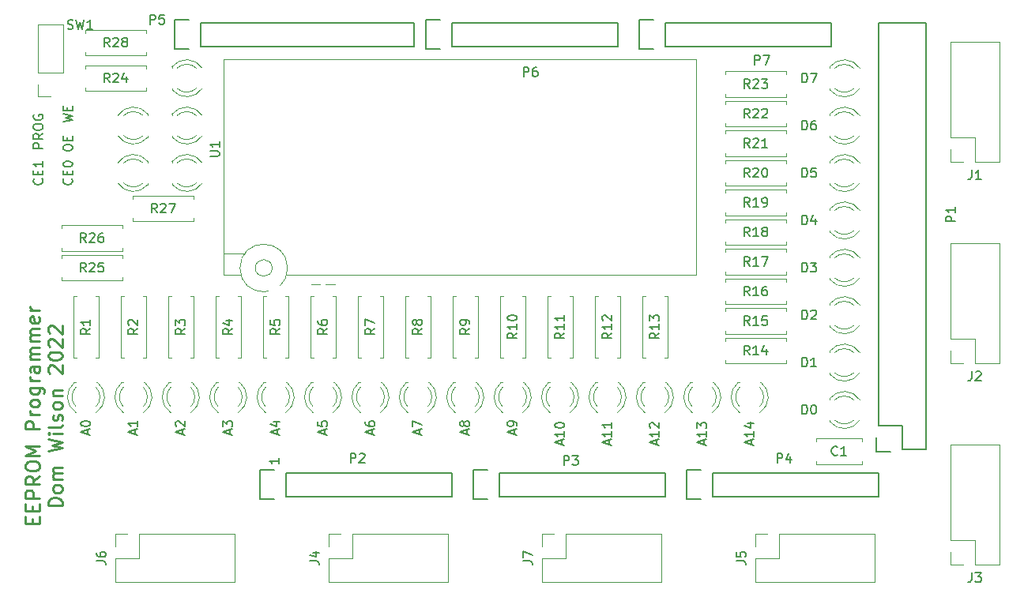
<source format=gto>
G04 #@! TF.GenerationSoftware,KiCad,Pcbnew,(6.0.2)*
G04 #@! TF.CreationDate,2022-03-13T15:59:46+00:00*
G04 #@! TF.ProjectId,EEPROM_Programmer,45455052-4f4d-45f5-9072-6f6772616d6d,rev?*
G04 #@! TF.SameCoordinates,Original*
G04 #@! TF.FileFunction,Legend,Top*
G04 #@! TF.FilePolarity,Positive*
%FSLAX46Y46*%
G04 Gerber Fmt 4.6, Leading zero omitted, Abs format (unit mm)*
G04 Created by KiCad (PCBNEW (6.0.2)) date 2022-03-13 15:59:46*
%MOMM*%
%LPD*%
G01*
G04 APERTURE LIST*
%ADD10C,0.250000*%
%ADD11C,0.150000*%
%ADD12C,0.120000*%
%ADD13C,1.727200*%
%ADD14O,1.727200X1.727200*%
%ADD15O,1.727200X2.032000*%
%ADD16C,1.600000*%
%ADD17R,1.700000X1.700000*%
%ADD18O,1.700000X1.700000*%
%ADD19R,1.440000X2.000000*%
%ADD20O,1.440000X2.000000*%
%ADD21R,1.800000X1.800000*%
%ADD22C,1.800000*%
%ADD23O,1.600000X1.600000*%
G04 APERTURE END LIST*
D10*
X105365357Y-123295714D02*
X105365357Y-122795714D01*
X106151071Y-122581428D02*
X106151071Y-123295714D01*
X104651071Y-123295714D01*
X104651071Y-122581428D01*
X105365357Y-121938571D02*
X105365357Y-121438571D01*
X106151071Y-121224285D02*
X106151071Y-121938571D01*
X104651071Y-121938571D01*
X104651071Y-121224285D01*
X106151071Y-120581428D02*
X104651071Y-120581428D01*
X104651071Y-120010000D01*
X104722500Y-119867142D01*
X104793928Y-119795714D01*
X104936785Y-119724285D01*
X105151071Y-119724285D01*
X105293928Y-119795714D01*
X105365357Y-119867142D01*
X105436785Y-120010000D01*
X105436785Y-120581428D01*
X106151071Y-118224285D02*
X105436785Y-118724285D01*
X106151071Y-119081428D02*
X104651071Y-119081428D01*
X104651071Y-118510000D01*
X104722500Y-118367142D01*
X104793928Y-118295714D01*
X104936785Y-118224285D01*
X105151071Y-118224285D01*
X105293928Y-118295714D01*
X105365357Y-118367142D01*
X105436785Y-118510000D01*
X105436785Y-119081428D01*
X104651071Y-117295714D02*
X104651071Y-117010000D01*
X104722500Y-116867142D01*
X104865357Y-116724285D01*
X105151071Y-116652857D01*
X105651071Y-116652857D01*
X105936785Y-116724285D01*
X106079642Y-116867142D01*
X106151071Y-117010000D01*
X106151071Y-117295714D01*
X106079642Y-117438571D01*
X105936785Y-117581428D01*
X105651071Y-117652857D01*
X105151071Y-117652857D01*
X104865357Y-117581428D01*
X104722500Y-117438571D01*
X104651071Y-117295714D01*
X106151071Y-116010000D02*
X104651071Y-116010000D01*
X105722500Y-115510000D01*
X104651071Y-115010000D01*
X106151071Y-115010000D01*
X106151071Y-113152857D02*
X104651071Y-113152857D01*
X104651071Y-112581428D01*
X104722500Y-112438571D01*
X104793928Y-112367142D01*
X104936785Y-112295714D01*
X105151071Y-112295714D01*
X105293928Y-112367142D01*
X105365357Y-112438571D01*
X105436785Y-112581428D01*
X105436785Y-113152857D01*
X106151071Y-111652857D02*
X105151071Y-111652857D01*
X105436785Y-111652857D02*
X105293928Y-111581428D01*
X105222500Y-111510000D01*
X105151071Y-111367142D01*
X105151071Y-111224285D01*
X106151071Y-110510000D02*
X106079642Y-110652857D01*
X106008214Y-110724285D01*
X105865357Y-110795714D01*
X105436785Y-110795714D01*
X105293928Y-110724285D01*
X105222500Y-110652857D01*
X105151071Y-110510000D01*
X105151071Y-110295714D01*
X105222500Y-110152857D01*
X105293928Y-110081428D01*
X105436785Y-110010000D01*
X105865357Y-110010000D01*
X106008214Y-110081428D01*
X106079642Y-110152857D01*
X106151071Y-110295714D01*
X106151071Y-110510000D01*
X105151071Y-108724285D02*
X106365357Y-108724285D01*
X106508214Y-108795714D01*
X106579642Y-108867142D01*
X106651071Y-109010000D01*
X106651071Y-109224285D01*
X106579642Y-109367142D01*
X106079642Y-108724285D02*
X106151071Y-108867142D01*
X106151071Y-109152857D01*
X106079642Y-109295714D01*
X106008214Y-109367142D01*
X105865357Y-109438571D01*
X105436785Y-109438571D01*
X105293928Y-109367142D01*
X105222500Y-109295714D01*
X105151071Y-109152857D01*
X105151071Y-108867142D01*
X105222500Y-108724285D01*
X106151071Y-108010000D02*
X105151071Y-108010000D01*
X105436785Y-108010000D02*
X105293928Y-107938571D01*
X105222500Y-107867142D01*
X105151071Y-107724285D01*
X105151071Y-107581428D01*
X106151071Y-106438571D02*
X105365357Y-106438571D01*
X105222500Y-106510000D01*
X105151071Y-106652857D01*
X105151071Y-106938571D01*
X105222500Y-107081428D01*
X106079642Y-106438571D02*
X106151071Y-106581428D01*
X106151071Y-106938571D01*
X106079642Y-107081428D01*
X105936785Y-107152857D01*
X105793928Y-107152857D01*
X105651071Y-107081428D01*
X105579642Y-106938571D01*
X105579642Y-106581428D01*
X105508214Y-106438571D01*
X106151071Y-105724285D02*
X105151071Y-105724285D01*
X105293928Y-105724285D02*
X105222500Y-105652857D01*
X105151071Y-105510000D01*
X105151071Y-105295714D01*
X105222500Y-105152857D01*
X105365357Y-105081428D01*
X106151071Y-105081428D01*
X105365357Y-105081428D02*
X105222500Y-105010000D01*
X105151071Y-104867142D01*
X105151071Y-104652857D01*
X105222500Y-104510000D01*
X105365357Y-104438571D01*
X106151071Y-104438571D01*
X106151071Y-103724285D02*
X105151071Y-103724285D01*
X105293928Y-103724285D02*
X105222500Y-103652857D01*
X105151071Y-103510000D01*
X105151071Y-103295714D01*
X105222500Y-103152857D01*
X105365357Y-103081428D01*
X106151071Y-103081428D01*
X105365357Y-103081428D02*
X105222500Y-103010000D01*
X105151071Y-102867142D01*
X105151071Y-102652857D01*
X105222500Y-102510000D01*
X105365357Y-102438571D01*
X106151071Y-102438571D01*
X106079642Y-101152857D02*
X106151071Y-101295714D01*
X106151071Y-101581428D01*
X106079642Y-101724285D01*
X105936785Y-101795714D01*
X105365357Y-101795714D01*
X105222500Y-101724285D01*
X105151071Y-101581428D01*
X105151071Y-101295714D01*
X105222500Y-101152857D01*
X105365357Y-101081428D01*
X105508214Y-101081428D01*
X105651071Y-101795714D01*
X106151071Y-100438571D02*
X105151071Y-100438571D01*
X105436785Y-100438571D02*
X105293928Y-100367142D01*
X105222500Y-100295714D01*
X105151071Y-100152857D01*
X105151071Y-100010000D01*
X108566071Y-121402857D02*
X107066071Y-121402857D01*
X107066071Y-121045714D01*
X107137500Y-120831428D01*
X107280357Y-120688571D01*
X107423214Y-120617142D01*
X107708928Y-120545714D01*
X107923214Y-120545714D01*
X108208928Y-120617142D01*
X108351785Y-120688571D01*
X108494642Y-120831428D01*
X108566071Y-121045714D01*
X108566071Y-121402857D01*
X108566071Y-119688571D02*
X108494642Y-119831428D01*
X108423214Y-119902857D01*
X108280357Y-119974285D01*
X107851785Y-119974285D01*
X107708928Y-119902857D01*
X107637500Y-119831428D01*
X107566071Y-119688571D01*
X107566071Y-119474285D01*
X107637500Y-119331428D01*
X107708928Y-119260000D01*
X107851785Y-119188571D01*
X108280357Y-119188571D01*
X108423214Y-119260000D01*
X108494642Y-119331428D01*
X108566071Y-119474285D01*
X108566071Y-119688571D01*
X108566071Y-118545714D02*
X107566071Y-118545714D01*
X107708928Y-118545714D02*
X107637500Y-118474285D01*
X107566071Y-118331428D01*
X107566071Y-118117142D01*
X107637500Y-117974285D01*
X107780357Y-117902857D01*
X108566071Y-117902857D01*
X107780357Y-117902857D02*
X107637500Y-117831428D01*
X107566071Y-117688571D01*
X107566071Y-117474285D01*
X107637500Y-117331428D01*
X107780357Y-117260000D01*
X108566071Y-117260000D01*
X107066071Y-115545714D02*
X108566071Y-115188571D01*
X107494642Y-114902857D01*
X108566071Y-114617142D01*
X107066071Y-114260000D01*
X108566071Y-113688571D02*
X107566071Y-113688571D01*
X107066071Y-113688571D02*
X107137500Y-113760000D01*
X107208928Y-113688571D01*
X107137500Y-113617142D01*
X107066071Y-113688571D01*
X107208928Y-113688571D01*
X108566071Y-112760000D02*
X108494642Y-112902857D01*
X108351785Y-112974285D01*
X107066071Y-112974285D01*
X108494642Y-112260000D02*
X108566071Y-112117142D01*
X108566071Y-111831428D01*
X108494642Y-111688571D01*
X108351785Y-111617142D01*
X108280357Y-111617142D01*
X108137500Y-111688571D01*
X108066071Y-111831428D01*
X108066071Y-112045714D01*
X107994642Y-112188571D01*
X107851785Y-112260000D01*
X107780357Y-112260000D01*
X107637500Y-112188571D01*
X107566071Y-112045714D01*
X107566071Y-111831428D01*
X107637500Y-111688571D01*
X108566071Y-110760000D02*
X108494642Y-110902857D01*
X108423214Y-110974285D01*
X108280357Y-111045714D01*
X107851785Y-111045714D01*
X107708928Y-110974285D01*
X107637500Y-110902857D01*
X107566071Y-110760000D01*
X107566071Y-110545714D01*
X107637500Y-110402857D01*
X107708928Y-110331428D01*
X107851785Y-110260000D01*
X108280357Y-110260000D01*
X108423214Y-110331428D01*
X108494642Y-110402857D01*
X108566071Y-110545714D01*
X108566071Y-110760000D01*
X107566071Y-109617142D02*
X108566071Y-109617142D01*
X107708928Y-109617142D02*
X107637500Y-109545714D01*
X107566071Y-109402857D01*
X107566071Y-109188571D01*
X107637500Y-109045714D01*
X107780357Y-108974285D01*
X108566071Y-108974285D01*
X107208928Y-107188571D02*
X107137500Y-107117142D01*
X107066071Y-106974285D01*
X107066071Y-106617142D01*
X107137500Y-106474285D01*
X107208928Y-106402857D01*
X107351785Y-106331428D01*
X107494642Y-106331428D01*
X107708928Y-106402857D01*
X108566071Y-107260000D01*
X108566071Y-106331428D01*
X107066071Y-105402857D02*
X107066071Y-105260000D01*
X107137500Y-105117142D01*
X107208928Y-105045714D01*
X107351785Y-104974285D01*
X107637500Y-104902857D01*
X107994642Y-104902857D01*
X108280357Y-104974285D01*
X108423214Y-105045714D01*
X108494642Y-105117142D01*
X108566071Y-105260000D01*
X108566071Y-105402857D01*
X108494642Y-105545714D01*
X108423214Y-105617142D01*
X108280357Y-105688571D01*
X107994642Y-105760000D01*
X107637500Y-105760000D01*
X107351785Y-105688571D01*
X107208928Y-105617142D01*
X107137500Y-105545714D01*
X107066071Y-105402857D01*
X107208928Y-104331428D02*
X107137500Y-104260000D01*
X107066071Y-104117142D01*
X107066071Y-103760000D01*
X107137500Y-103617142D01*
X107208928Y-103545714D01*
X107351785Y-103474285D01*
X107494642Y-103474285D01*
X107708928Y-103545714D01*
X108566071Y-104402857D01*
X108566071Y-103474285D01*
X107208928Y-102902857D02*
X107137500Y-102831428D01*
X107066071Y-102688571D01*
X107066071Y-102331428D01*
X107137500Y-102188571D01*
X107208928Y-102117142D01*
X107351785Y-102045714D01*
X107494642Y-102045714D01*
X107708928Y-102117142D01*
X108566071Y-102974285D01*
X108566071Y-102045714D01*
D11*
X131770380Y-116300285D02*
X131770380Y-116871714D01*
X131770380Y-116586000D02*
X130770380Y-116586000D01*
X130913238Y-116681238D01*
X131008476Y-116776476D01*
X131056095Y-116871714D01*
X191643333Y-115927142D02*
X191595714Y-115974761D01*
X191452857Y-116022380D01*
X191357619Y-116022380D01*
X191214761Y-115974761D01*
X191119523Y-115879523D01*
X191071904Y-115784285D01*
X191024285Y-115593809D01*
X191024285Y-115450952D01*
X191071904Y-115260476D01*
X191119523Y-115165238D01*
X191214761Y-115070000D01*
X191357619Y-115022380D01*
X191452857Y-115022380D01*
X191595714Y-115070000D01*
X191643333Y-115117619D01*
X192595714Y-116022380D02*
X192024285Y-116022380D01*
X192310000Y-116022380D02*
X192310000Y-115022380D01*
X192214761Y-115165238D01*
X192119523Y-115260476D01*
X192024285Y-115308095D01*
X109156666Y-70254761D02*
X109299523Y-70302380D01*
X109537619Y-70302380D01*
X109632857Y-70254761D01*
X109680476Y-70207142D01*
X109728095Y-70111904D01*
X109728095Y-70016666D01*
X109680476Y-69921428D01*
X109632857Y-69873809D01*
X109537619Y-69826190D01*
X109347142Y-69778571D01*
X109251904Y-69730952D01*
X109204285Y-69683333D01*
X109156666Y-69588095D01*
X109156666Y-69492857D01*
X109204285Y-69397619D01*
X109251904Y-69350000D01*
X109347142Y-69302380D01*
X109585238Y-69302380D01*
X109728095Y-69350000D01*
X110061428Y-69302380D02*
X110299523Y-70302380D01*
X110490000Y-69588095D01*
X110680476Y-70302380D01*
X110918571Y-69302380D01*
X111823333Y-70302380D02*
X111251904Y-70302380D01*
X111537619Y-70302380D02*
X111537619Y-69302380D01*
X111442380Y-69445238D01*
X111347142Y-69540476D01*
X111251904Y-69588095D01*
X124417380Y-83946904D02*
X125226904Y-83946904D01*
X125322142Y-83899285D01*
X125369761Y-83851666D01*
X125417380Y-83756428D01*
X125417380Y-83565952D01*
X125369761Y-83470714D01*
X125322142Y-83423095D01*
X125226904Y-83375476D01*
X124417380Y-83375476D01*
X125417380Y-82375476D02*
X125417380Y-82946904D01*
X125417380Y-82661190D02*
X124417380Y-82661190D01*
X124560238Y-82756428D01*
X124655476Y-82851666D01*
X124703095Y-82946904D01*
X157967380Y-127333333D02*
X158681666Y-127333333D01*
X158824523Y-127380952D01*
X158919761Y-127476190D01*
X158967380Y-127619047D01*
X158967380Y-127714285D01*
X157967380Y-126952380D02*
X157967380Y-126285714D01*
X158967380Y-126714285D01*
X112247380Y-127333333D02*
X112961666Y-127333333D01*
X113104523Y-127380952D01*
X113199761Y-127476190D01*
X113247380Y-127619047D01*
X113247380Y-127714285D01*
X112247380Y-126428571D02*
X112247380Y-126619047D01*
X112295000Y-126714285D01*
X112342619Y-126761904D01*
X112485476Y-126857142D01*
X112675952Y-126904761D01*
X113056904Y-126904761D01*
X113152142Y-126857142D01*
X113199761Y-126809523D01*
X113247380Y-126714285D01*
X113247380Y-126523809D01*
X113199761Y-126428571D01*
X113152142Y-126380952D01*
X113056904Y-126333333D01*
X112818809Y-126333333D01*
X112723571Y-126380952D01*
X112675952Y-126428571D01*
X112628333Y-126523809D01*
X112628333Y-126714285D01*
X112675952Y-126809523D01*
X112723571Y-126857142D01*
X112818809Y-126904761D01*
X180832380Y-127333333D02*
X181546666Y-127333333D01*
X181689523Y-127380952D01*
X181784761Y-127476190D01*
X181832380Y-127619047D01*
X181832380Y-127714285D01*
X180832380Y-126380952D02*
X180832380Y-126857142D01*
X181308571Y-126904761D01*
X181260952Y-126857142D01*
X181213333Y-126761904D01*
X181213333Y-126523809D01*
X181260952Y-126428571D01*
X181308571Y-126380952D01*
X181403809Y-126333333D01*
X181641904Y-126333333D01*
X181737142Y-126380952D01*
X181784761Y-126428571D01*
X181832380Y-126523809D01*
X181832380Y-126761904D01*
X181784761Y-126857142D01*
X181737142Y-126904761D01*
X135107380Y-127333333D02*
X135821666Y-127333333D01*
X135964523Y-127380952D01*
X136059761Y-127476190D01*
X136107380Y-127619047D01*
X136107380Y-127714285D01*
X135440714Y-126428571D02*
X136107380Y-126428571D01*
X135059761Y-126666666D02*
X135774047Y-126904761D01*
X135774047Y-126285714D01*
X206041666Y-128587380D02*
X206041666Y-129301666D01*
X205994047Y-129444523D01*
X205898809Y-129539761D01*
X205755952Y-129587380D01*
X205660714Y-129587380D01*
X206422619Y-128587380D02*
X207041666Y-128587380D01*
X206708333Y-128968333D01*
X206851190Y-128968333D01*
X206946428Y-129015952D01*
X206994047Y-129063571D01*
X207041666Y-129158809D01*
X207041666Y-129396904D01*
X206994047Y-129492142D01*
X206946428Y-129539761D01*
X206851190Y-129587380D01*
X206565476Y-129587380D01*
X206470238Y-129539761D01*
X206422619Y-129492142D01*
X206041666Y-106997380D02*
X206041666Y-107711666D01*
X205994047Y-107854523D01*
X205898809Y-107949761D01*
X205755952Y-107997380D01*
X205660714Y-107997380D01*
X206470238Y-107092619D02*
X206517857Y-107045000D01*
X206613095Y-106997380D01*
X206851190Y-106997380D01*
X206946428Y-107045000D01*
X206994047Y-107092619D01*
X207041666Y-107187857D01*
X207041666Y-107283095D01*
X206994047Y-107425952D01*
X206422619Y-107997380D01*
X207041666Y-107997380D01*
X206041666Y-85407380D02*
X206041666Y-86121666D01*
X205994047Y-86264523D01*
X205898809Y-86359761D01*
X205755952Y-86407380D01*
X205660714Y-86407380D01*
X207041666Y-86407380D02*
X206470238Y-86407380D01*
X206755952Y-86407380D02*
X206755952Y-85407380D01*
X206660714Y-85550238D01*
X206565476Y-85645476D01*
X206470238Y-85693095D01*
X187856904Y-96337380D02*
X187856904Y-95337380D01*
X188095000Y-95337380D01*
X188237857Y-95385000D01*
X188333095Y-95480238D01*
X188380714Y-95575476D01*
X188428333Y-95765952D01*
X188428333Y-95908809D01*
X188380714Y-96099285D01*
X188333095Y-96194523D01*
X188237857Y-96289761D01*
X188095000Y-96337380D01*
X187856904Y-96337380D01*
X188761666Y-95337380D02*
X189380714Y-95337380D01*
X189047380Y-95718333D01*
X189190238Y-95718333D01*
X189285476Y-95765952D01*
X189333095Y-95813571D01*
X189380714Y-95908809D01*
X189380714Y-96146904D01*
X189333095Y-96242142D01*
X189285476Y-96289761D01*
X189190238Y-96337380D01*
X188904523Y-96337380D01*
X188809285Y-96289761D01*
X188761666Y-96242142D01*
X108672380Y-80255952D02*
X109672380Y-80017857D01*
X108958095Y-79827380D01*
X109672380Y-79636904D01*
X108672380Y-79398809D01*
X109148571Y-79017857D02*
X109148571Y-78684523D01*
X109672380Y-78541666D02*
X109672380Y-79017857D01*
X108672380Y-79017857D01*
X108672380Y-78541666D01*
X113657142Y-72207380D02*
X113323809Y-71731190D01*
X113085714Y-72207380D02*
X113085714Y-71207380D01*
X113466666Y-71207380D01*
X113561904Y-71255000D01*
X113609523Y-71302619D01*
X113657142Y-71397857D01*
X113657142Y-71540714D01*
X113609523Y-71635952D01*
X113561904Y-71683571D01*
X113466666Y-71731190D01*
X113085714Y-71731190D01*
X114038095Y-71302619D02*
X114085714Y-71255000D01*
X114180952Y-71207380D01*
X114419047Y-71207380D01*
X114514285Y-71255000D01*
X114561904Y-71302619D01*
X114609523Y-71397857D01*
X114609523Y-71493095D01*
X114561904Y-71635952D01*
X113990476Y-72207380D01*
X114609523Y-72207380D01*
X115180952Y-71635952D02*
X115085714Y-71588333D01*
X115038095Y-71540714D01*
X114990476Y-71445476D01*
X114990476Y-71397857D01*
X115038095Y-71302619D01*
X115085714Y-71255000D01*
X115180952Y-71207380D01*
X115371428Y-71207380D01*
X115466666Y-71255000D01*
X115514285Y-71302619D01*
X115561904Y-71397857D01*
X115561904Y-71445476D01*
X115514285Y-71540714D01*
X115466666Y-71588333D01*
X115371428Y-71635952D01*
X115180952Y-71635952D01*
X115085714Y-71683571D01*
X115038095Y-71731190D01*
X114990476Y-71826428D01*
X114990476Y-72016904D01*
X115038095Y-72112142D01*
X115085714Y-72159761D01*
X115180952Y-72207380D01*
X115371428Y-72207380D01*
X115466666Y-72159761D01*
X115514285Y-72112142D01*
X115561904Y-72016904D01*
X115561904Y-71826428D01*
X115514285Y-71731190D01*
X115466666Y-71683571D01*
X115371428Y-71635952D01*
X118737142Y-89987380D02*
X118403809Y-89511190D01*
X118165714Y-89987380D02*
X118165714Y-88987380D01*
X118546666Y-88987380D01*
X118641904Y-89035000D01*
X118689523Y-89082619D01*
X118737142Y-89177857D01*
X118737142Y-89320714D01*
X118689523Y-89415952D01*
X118641904Y-89463571D01*
X118546666Y-89511190D01*
X118165714Y-89511190D01*
X119118095Y-89082619D02*
X119165714Y-89035000D01*
X119260952Y-88987380D01*
X119499047Y-88987380D01*
X119594285Y-89035000D01*
X119641904Y-89082619D01*
X119689523Y-89177857D01*
X119689523Y-89273095D01*
X119641904Y-89415952D01*
X119070476Y-89987380D01*
X119689523Y-89987380D01*
X120022857Y-88987380D02*
X120689523Y-88987380D01*
X120260952Y-89987380D01*
X111117142Y-93162380D02*
X110783809Y-92686190D01*
X110545714Y-93162380D02*
X110545714Y-92162380D01*
X110926666Y-92162380D01*
X111021904Y-92210000D01*
X111069523Y-92257619D01*
X111117142Y-92352857D01*
X111117142Y-92495714D01*
X111069523Y-92590952D01*
X111021904Y-92638571D01*
X110926666Y-92686190D01*
X110545714Y-92686190D01*
X111498095Y-92257619D02*
X111545714Y-92210000D01*
X111640952Y-92162380D01*
X111879047Y-92162380D01*
X111974285Y-92210000D01*
X112021904Y-92257619D01*
X112069523Y-92352857D01*
X112069523Y-92448095D01*
X112021904Y-92590952D01*
X111450476Y-93162380D01*
X112069523Y-93162380D01*
X112926666Y-92162380D02*
X112736190Y-92162380D01*
X112640952Y-92210000D01*
X112593333Y-92257619D01*
X112498095Y-92400476D01*
X112450476Y-92590952D01*
X112450476Y-92971904D01*
X112498095Y-93067142D01*
X112545714Y-93114761D01*
X112640952Y-93162380D01*
X112831428Y-93162380D01*
X112926666Y-93114761D01*
X112974285Y-93067142D01*
X113021904Y-92971904D01*
X113021904Y-92733809D01*
X112974285Y-92638571D01*
X112926666Y-92590952D01*
X112831428Y-92543333D01*
X112640952Y-92543333D01*
X112545714Y-92590952D01*
X112498095Y-92638571D01*
X112450476Y-92733809D01*
X111117142Y-96337380D02*
X110783809Y-95861190D01*
X110545714Y-96337380D02*
X110545714Y-95337380D01*
X110926666Y-95337380D01*
X111021904Y-95385000D01*
X111069523Y-95432619D01*
X111117142Y-95527857D01*
X111117142Y-95670714D01*
X111069523Y-95765952D01*
X111021904Y-95813571D01*
X110926666Y-95861190D01*
X110545714Y-95861190D01*
X111498095Y-95432619D02*
X111545714Y-95385000D01*
X111640952Y-95337380D01*
X111879047Y-95337380D01*
X111974285Y-95385000D01*
X112021904Y-95432619D01*
X112069523Y-95527857D01*
X112069523Y-95623095D01*
X112021904Y-95765952D01*
X111450476Y-96337380D01*
X112069523Y-96337380D01*
X112974285Y-95337380D02*
X112498095Y-95337380D01*
X112450476Y-95813571D01*
X112498095Y-95765952D01*
X112593333Y-95718333D01*
X112831428Y-95718333D01*
X112926666Y-95765952D01*
X112974285Y-95813571D01*
X113021904Y-95908809D01*
X113021904Y-96146904D01*
X112974285Y-96242142D01*
X112926666Y-96289761D01*
X112831428Y-96337380D01*
X112593333Y-96337380D01*
X112498095Y-96289761D01*
X112450476Y-96242142D01*
X113657142Y-76017380D02*
X113323809Y-75541190D01*
X113085714Y-76017380D02*
X113085714Y-75017380D01*
X113466666Y-75017380D01*
X113561904Y-75065000D01*
X113609523Y-75112619D01*
X113657142Y-75207857D01*
X113657142Y-75350714D01*
X113609523Y-75445952D01*
X113561904Y-75493571D01*
X113466666Y-75541190D01*
X113085714Y-75541190D01*
X114038095Y-75112619D02*
X114085714Y-75065000D01*
X114180952Y-75017380D01*
X114419047Y-75017380D01*
X114514285Y-75065000D01*
X114561904Y-75112619D01*
X114609523Y-75207857D01*
X114609523Y-75303095D01*
X114561904Y-75445952D01*
X113990476Y-76017380D01*
X114609523Y-76017380D01*
X115466666Y-75350714D02*
X115466666Y-76017380D01*
X115228571Y-74969761D02*
X114990476Y-75684047D01*
X115609523Y-75684047D01*
X106497380Y-83065714D02*
X105497380Y-83065714D01*
X105497380Y-82684761D01*
X105545000Y-82589523D01*
X105592619Y-82541904D01*
X105687857Y-82494285D01*
X105830714Y-82494285D01*
X105925952Y-82541904D01*
X105973571Y-82589523D01*
X106021190Y-82684761D01*
X106021190Y-83065714D01*
X106497380Y-81494285D02*
X106021190Y-81827619D01*
X106497380Y-82065714D02*
X105497380Y-82065714D01*
X105497380Y-81684761D01*
X105545000Y-81589523D01*
X105592619Y-81541904D01*
X105687857Y-81494285D01*
X105830714Y-81494285D01*
X105925952Y-81541904D01*
X105973571Y-81589523D01*
X106021190Y-81684761D01*
X106021190Y-82065714D01*
X105497380Y-80875238D02*
X105497380Y-80684761D01*
X105545000Y-80589523D01*
X105640238Y-80494285D01*
X105830714Y-80446666D01*
X106164047Y-80446666D01*
X106354523Y-80494285D01*
X106449761Y-80589523D01*
X106497380Y-80684761D01*
X106497380Y-80875238D01*
X106449761Y-80970476D01*
X106354523Y-81065714D01*
X106164047Y-81113333D01*
X105830714Y-81113333D01*
X105640238Y-81065714D01*
X105545000Y-80970476D01*
X105497380Y-80875238D01*
X105545000Y-79494285D02*
X105497380Y-79589523D01*
X105497380Y-79732380D01*
X105545000Y-79875238D01*
X105640238Y-79970476D01*
X105735476Y-80018095D01*
X105925952Y-80065714D01*
X106068809Y-80065714D01*
X106259285Y-80018095D01*
X106354523Y-79970476D01*
X106449761Y-79875238D01*
X106497380Y-79732380D01*
X106497380Y-79637142D01*
X106449761Y-79494285D01*
X106402142Y-79446666D01*
X106068809Y-79446666D01*
X106068809Y-79637142D01*
X108672380Y-83097619D02*
X108672380Y-82907142D01*
X108720000Y-82811904D01*
X108815238Y-82716666D01*
X109005714Y-82669047D01*
X109339047Y-82669047D01*
X109529523Y-82716666D01*
X109624761Y-82811904D01*
X109672380Y-82907142D01*
X109672380Y-83097619D01*
X109624761Y-83192857D01*
X109529523Y-83288095D01*
X109339047Y-83335714D01*
X109005714Y-83335714D01*
X108815238Y-83288095D01*
X108720000Y-83192857D01*
X108672380Y-83097619D01*
X109148571Y-82240476D02*
X109148571Y-81907142D01*
X109672380Y-81764285D02*
X109672380Y-82240476D01*
X108672380Y-82240476D01*
X108672380Y-81764285D01*
X109577142Y-86344047D02*
X109624761Y-86391666D01*
X109672380Y-86534523D01*
X109672380Y-86629761D01*
X109624761Y-86772619D01*
X109529523Y-86867857D01*
X109434285Y-86915476D01*
X109243809Y-86963095D01*
X109100952Y-86963095D01*
X108910476Y-86915476D01*
X108815238Y-86867857D01*
X108720000Y-86772619D01*
X108672380Y-86629761D01*
X108672380Y-86534523D01*
X108720000Y-86391666D01*
X108767619Y-86344047D01*
X109148571Y-85915476D02*
X109148571Y-85582142D01*
X109672380Y-85439285D02*
X109672380Y-85915476D01*
X108672380Y-85915476D01*
X108672380Y-85439285D01*
X108672380Y-84820238D02*
X108672380Y-84725000D01*
X108720000Y-84629761D01*
X108767619Y-84582142D01*
X108862857Y-84534523D01*
X109053333Y-84486904D01*
X109291428Y-84486904D01*
X109481904Y-84534523D01*
X109577142Y-84582142D01*
X109624761Y-84629761D01*
X109672380Y-84725000D01*
X109672380Y-84820238D01*
X109624761Y-84915476D01*
X109577142Y-84963095D01*
X109481904Y-85010714D01*
X109291428Y-85058333D01*
X109053333Y-85058333D01*
X108862857Y-85010714D01*
X108767619Y-84963095D01*
X108720000Y-84915476D01*
X108672380Y-84820238D01*
X106402142Y-86344047D02*
X106449761Y-86391666D01*
X106497380Y-86534523D01*
X106497380Y-86629761D01*
X106449761Y-86772619D01*
X106354523Y-86867857D01*
X106259285Y-86915476D01*
X106068809Y-86963095D01*
X105925952Y-86963095D01*
X105735476Y-86915476D01*
X105640238Y-86867857D01*
X105545000Y-86772619D01*
X105497380Y-86629761D01*
X105497380Y-86534523D01*
X105545000Y-86391666D01*
X105592619Y-86344047D01*
X105973571Y-85915476D02*
X105973571Y-85582142D01*
X106497380Y-85439285D02*
X106497380Y-85915476D01*
X105497380Y-85915476D01*
X105497380Y-85439285D01*
X106497380Y-84486904D02*
X106497380Y-85058333D01*
X106497380Y-84772619D02*
X105497380Y-84772619D01*
X105640238Y-84867857D01*
X105735476Y-84963095D01*
X105783095Y-85058333D01*
X204287380Y-90908095D02*
X203287380Y-90908095D01*
X203287380Y-90527142D01*
X203335000Y-90431904D01*
X203382619Y-90384285D01*
X203477857Y-90336666D01*
X203620714Y-90336666D01*
X203715952Y-90384285D01*
X203763571Y-90431904D01*
X203811190Y-90527142D01*
X203811190Y-90908095D01*
X204287380Y-89384285D02*
X204287380Y-89955714D01*
X204287380Y-89670000D02*
X203287380Y-89670000D01*
X203430238Y-89765238D01*
X203525476Y-89860476D01*
X203573095Y-89955714D01*
X139469904Y-116784380D02*
X139469904Y-115784380D01*
X139850857Y-115784380D01*
X139946095Y-115832000D01*
X139993714Y-115879619D01*
X140041333Y-115974857D01*
X140041333Y-116117714D01*
X139993714Y-116212952D01*
X139946095Y-116260571D01*
X139850857Y-116308190D01*
X139469904Y-116308190D01*
X140422285Y-115879619D02*
X140469904Y-115832000D01*
X140565142Y-115784380D01*
X140803238Y-115784380D01*
X140898476Y-115832000D01*
X140946095Y-115879619D01*
X140993714Y-115974857D01*
X140993714Y-116070095D01*
X140946095Y-116212952D01*
X140374666Y-116784380D01*
X140993714Y-116784380D01*
X162329904Y-117038380D02*
X162329904Y-116038380D01*
X162710857Y-116038380D01*
X162806095Y-116086000D01*
X162853714Y-116133619D01*
X162901333Y-116228857D01*
X162901333Y-116371714D01*
X162853714Y-116466952D01*
X162806095Y-116514571D01*
X162710857Y-116562190D01*
X162329904Y-116562190D01*
X163234666Y-116038380D02*
X163853714Y-116038380D01*
X163520380Y-116419333D01*
X163663238Y-116419333D01*
X163758476Y-116466952D01*
X163806095Y-116514571D01*
X163853714Y-116609809D01*
X163853714Y-116847904D01*
X163806095Y-116943142D01*
X163758476Y-116990761D01*
X163663238Y-117038380D01*
X163377523Y-117038380D01*
X163282285Y-116990761D01*
X163234666Y-116943142D01*
X185189904Y-116784380D02*
X185189904Y-115784380D01*
X185570857Y-115784380D01*
X185666095Y-115832000D01*
X185713714Y-115879619D01*
X185761333Y-115974857D01*
X185761333Y-116117714D01*
X185713714Y-116212952D01*
X185666095Y-116260571D01*
X185570857Y-116308190D01*
X185189904Y-116308190D01*
X186618476Y-116117714D02*
X186618476Y-116784380D01*
X186380380Y-115736761D02*
X186142285Y-116451047D01*
X186761333Y-116451047D01*
X118006904Y-69768380D02*
X118006904Y-68768380D01*
X118387857Y-68768380D01*
X118483095Y-68816000D01*
X118530714Y-68863619D01*
X118578333Y-68958857D01*
X118578333Y-69101714D01*
X118530714Y-69196952D01*
X118483095Y-69244571D01*
X118387857Y-69292190D01*
X118006904Y-69292190D01*
X119483095Y-68768380D02*
X119006904Y-68768380D01*
X118959285Y-69244571D01*
X119006904Y-69196952D01*
X119102142Y-69149333D01*
X119340238Y-69149333D01*
X119435476Y-69196952D01*
X119483095Y-69244571D01*
X119530714Y-69339809D01*
X119530714Y-69577904D01*
X119483095Y-69673142D01*
X119435476Y-69720761D01*
X119340238Y-69768380D01*
X119102142Y-69768380D01*
X119006904Y-69720761D01*
X118959285Y-69673142D01*
X158011904Y-75382380D02*
X158011904Y-74382380D01*
X158392857Y-74382380D01*
X158488095Y-74430000D01*
X158535714Y-74477619D01*
X158583333Y-74572857D01*
X158583333Y-74715714D01*
X158535714Y-74810952D01*
X158488095Y-74858571D01*
X158392857Y-74906190D01*
X158011904Y-74906190D01*
X159440476Y-74382380D02*
X159250000Y-74382380D01*
X159154761Y-74430000D01*
X159107142Y-74477619D01*
X159011904Y-74620476D01*
X158964285Y-74810952D01*
X158964285Y-75191904D01*
X159011904Y-75287142D01*
X159059523Y-75334761D01*
X159154761Y-75382380D01*
X159345238Y-75382380D01*
X159440476Y-75334761D01*
X159488095Y-75287142D01*
X159535714Y-75191904D01*
X159535714Y-74953809D01*
X159488095Y-74858571D01*
X159440476Y-74810952D01*
X159345238Y-74763333D01*
X159154761Y-74763333D01*
X159059523Y-74810952D01*
X159011904Y-74858571D01*
X158964285Y-74953809D01*
X182776904Y-74112380D02*
X182776904Y-73112380D01*
X183157857Y-73112380D01*
X183253095Y-73160000D01*
X183300714Y-73207619D01*
X183348333Y-73302857D01*
X183348333Y-73445714D01*
X183300714Y-73540952D01*
X183253095Y-73588571D01*
X183157857Y-73636190D01*
X182776904Y-73636190D01*
X183681666Y-73112380D02*
X184348333Y-73112380D01*
X183919761Y-74112380D01*
X157011666Y-113744285D02*
X157011666Y-113268095D01*
X157297380Y-113839523D02*
X156297380Y-113506190D01*
X157297380Y-113172857D01*
X157297380Y-112791904D02*
X157297380Y-112601428D01*
X157249761Y-112506190D01*
X157202142Y-112458571D01*
X157059285Y-112363333D01*
X156868809Y-112315714D01*
X156487857Y-112315714D01*
X156392619Y-112363333D01*
X156345000Y-112410952D01*
X156297380Y-112506190D01*
X156297380Y-112696666D01*
X156345000Y-112791904D01*
X156392619Y-112839523D01*
X156487857Y-112887142D01*
X156725952Y-112887142D01*
X156821190Y-112839523D01*
X156868809Y-112791904D01*
X156916428Y-112696666D01*
X156916428Y-112506190D01*
X156868809Y-112410952D01*
X156821190Y-112363333D01*
X156725952Y-112315714D01*
X172251666Y-114855476D02*
X172251666Y-114379285D01*
X172537380Y-114950714D02*
X171537380Y-114617380D01*
X172537380Y-114284047D01*
X172537380Y-113426904D02*
X172537380Y-113998333D01*
X172537380Y-113712619D02*
X171537380Y-113712619D01*
X171680238Y-113807857D01*
X171775476Y-113903095D01*
X171823095Y-113998333D01*
X171632619Y-113045952D02*
X171585000Y-112998333D01*
X171537380Y-112903095D01*
X171537380Y-112665000D01*
X171585000Y-112569761D01*
X171632619Y-112522142D01*
X171727857Y-112474523D01*
X171823095Y-112474523D01*
X171965952Y-112522142D01*
X172537380Y-113093571D01*
X172537380Y-112474523D01*
X187856904Y-91257380D02*
X187856904Y-90257380D01*
X188095000Y-90257380D01*
X188237857Y-90305000D01*
X188333095Y-90400238D01*
X188380714Y-90495476D01*
X188428333Y-90685952D01*
X188428333Y-90828809D01*
X188380714Y-91019285D01*
X188333095Y-91114523D01*
X188237857Y-91209761D01*
X188095000Y-91257380D01*
X187856904Y-91257380D01*
X189285476Y-90590714D02*
X189285476Y-91257380D01*
X189047380Y-90209761D02*
X188809285Y-90924047D01*
X189428333Y-90924047D01*
X146851666Y-113744285D02*
X146851666Y-113268095D01*
X147137380Y-113839523D02*
X146137380Y-113506190D01*
X147137380Y-113172857D01*
X146137380Y-112934761D02*
X146137380Y-112268095D01*
X147137380Y-112696666D01*
X187856904Y-86177380D02*
X187856904Y-85177380D01*
X188095000Y-85177380D01*
X188237857Y-85225000D01*
X188333095Y-85320238D01*
X188380714Y-85415476D01*
X188428333Y-85605952D01*
X188428333Y-85748809D01*
X188380714Y-85939285D01*
X188333095Y-86034523D01*
X188237857Y-86129761D01*
X188095000Y-86177380D01*
X187856904Y-86177380D01*
X189333095Y-85177380D02*
X188856904Y-85177380D01*
X188809285Y-85653571D01*
X188856904Y-85605952D01*
X188952142Y-85558333D01*
X189190238Y-85558333D01*
X189285476Y-85605952D01*
X189333095Y-85653571D01*
X189380714Y-85748809D01*
X189380714Y-85986904D01*
X189333095Y-86082142D01*
X189285476Y-86129761D01*
X189190238Y-86177380D01*
X188952142Y-86177380D01*
X188856904Y-86129761D01*
X188809285Y-86082142D01*
X182237142Y-86177380D02*
X181903809Y-85701190D01*
X181665714Y-86177380D02*
X181665714Y-85177380D01*
X182046666Y-85177380D01*
X182141904Y-85225000D01*
X182189523Y-85272619D01*
X182237142Y-85367857D01*
X182237142Y-85510714D01*
X182189523Y-85605952D01*
X182141904Y-85653571D01*
X182046666Y-85701190D01*
X181665714Y-85701190D01*
X182618095Y-85272619D02*
X182665714Y-85225000D01*
X182760952Y-85177380D01*
X182999047Y-85177380D01*
X183094285Y-85225000D01*
X183141904Y-85272619D01*
X183189523Y-85367857D01*
X183189523Y-85463095D01*
X183141904Y-85605952D01*
X182570476Y-86177380D01*
X183189523Y-86177380D01*
X183808571Y-85177380D02*
X183903809Y-85177380D01*
X183999047Y-85225000D01*
X184046666Y-85272619D01*
X184094285Y-85367857D01*
X184141904Y-85558333D01*
X184141904Y-85796428D01*
X184094285Y-85986904D01*
X184046666Y-86082142D01*
X183999047Y-86129761D01*
X183903809Y-86177380D01*
X183808571Y-86177380D01*
X183713333Y-86129761D01*
X183665714Y-86082142D01*
X183618095Y-85986904D01*
X183570476Y-85796428D01*
X183570476Y-85558333D01*
X183618095Y-85367857D01*
X183665714Y-85272619D01*
X183713333Y-85225000D01*
X183808571Y-85177380D01*
X126817380Y-102401666D02*
X126341190Y-102735000D01*
X126817380Y-102973095D02*
X125817380Y-102973095D01*
X125817380Y-102592142D01*
X125865000Y-102496904D01*
X125912619Y-102449285D01*
X126007857Y-102401666D01*
X126150714Y-102401666D01*
X126245952Y-102449285D01*
X126293571Y-102496904D01*
X126341190Y-102592142D01*
X126341190Y-102973095D01*
X126150714Y-101544523D02*
X126817380Y-101544523D01*
X125769761Y-101782619D02*
X126484047Y-102020714D01*
X126484047Y-101401666D01*
X177331666Y-114855476D02*
X177331666Y-114379285D01*
X177617380Y-114950714D02*
X176617380Y-114617380D01*
X177617380Y-114284047D01*
X177617380Y-113426904D02*
X177617380Y-113998333D01*
X177617380Y-113712619D02*
X176617380Y-113712619D01*
X176760238Y-113807857D01*
X176855476Y-113903095D01*
X176903095Y-113998333D01*
X176617380Y-113093571D02*
X176617380Y-112474523D01*
X176998333Y-112807857D01*
X176998333Y-112665000D01*
X177045952Y-112569761D01*
X177093571Y-112522142D01*
X177188809Y-112474523D01*
X177426904Y-112474523D01*
X177522142Y-112522142D01*
X177569761Y-112569761D01*
X177617380Y-112665000D01*
X177617380Y-112950714D01*
X177569761Y-113045952D01*
X177522142Y-113093571D01*
X182237142Y-83002380D02*
X181903809Y-82526190D01*
X181665714Y-83002380D02*
X181665714Y-82002380D01*
X182046666Y-82002380D01*
X182141904Y-82050000D01*
X182189523Y-82097619D01*
X182237142Y-82192857D01*
X182237142Y-82335714D01*
X182189523Y-82430952D01*
X182141904Y-82478571D01*
X182046666Y-82526190D01*
X181665714Y-82526190D01*
X182618095Y-82097619D02*
X182665714Y-82050000D01*
X182760952Y-82002380D01*
X182999047Y-82002380D01*
X183094285Y-82050000D01*
X183141904Y-82097619D01*
X183189523Y-82192857D01*
X183189523Y-82288095D01*
X183141904Y-82430952D01*
X182570476Y-83002380D01*
X183189523Y-83002380D01*
X184141904Y-83002380D02*
X183570476Y-83002380D01*
X183856190Y-83002380D02*
X183856190Y-82002380D01*
X183760952Y-82145238D01*
X183665714Y-82240476D01*
X183570476Y-82288095D01*
X136691666Y-113744285D02*
X136691666Y-113268095D01*
X136977380Y-113839523D02*
X135977380Y-113506190D01*
X136977380Y-113172857D01*
X135977380Y-112363333D02*
X135977380Y-112839523D01*
X136453571Y-112887142D01*
X136405952Y-112839523D01*
X136358333Y-112744285D01*
X136358333Y-112506190D01*
X136405952Y-112410952D01*
X136453571Y-112363333D01*
X136548809Y-112315714D01*
X136786904Y-112315714D01*
X136882142Y-112363333D01*
X136929761Y-112410952D01*
X136977380Y-112506190D01*
X136977380Y-112744285D01*
X136929761Y-112839523D01*
X136882142Y-112887142D01*
X187856904Y-106497380D02*
X187856904Y-105497380D01*
X188095000Y-105497380D01*
X188237857Y-105545000D01*
X188333095Y-105640238D01*
X188380714Y-105735476D01*
X188428333Y-105925952D01*
X188428333Y-106068809D01*
X188380714Y-106259285D01*
X188333095Y-106354523D01*
X188237857Y-106449761D01*
X188095000Y-106497380D01*
X187856904Y-106497380D01*
X189380714Y-106497380D02*
X188809285Y-106497380D01*
X189095000Y-106497380D02*
X189095000Y-105497380D01*
X188999761Y-105640238D01*
X188904523Y-105735476D01*
X188809285Y-105783095D01*
X162091666Y-114855476D02*
X162091666Y-114379285D01*
X162377380Y-114950714D02*
X161377380Y-114617380D01*
X162377380Y-114284047D01*
X162377380Y-113426904D02*
X162377380Y-113998333D01*
X162377380Y-113712619D02*
X161377380Y-113712619D01*
X161520238Y-113807857D01*
X161615476Y-113903095D01*
X161663095Y-113998333D01*
X161377380Y-112807857D02*
X161377380Y-112712619D01*
X161425000Y-112617380D01*
X161472619Y-112569761D01*
X161567857Y-112522142D01*
X161758333Y-112474523D01*
X161996428Y-112474523D01*
X162186904Y-112522142D01*
X162282142Y-112569761D01*
X162329761Y-112617380D01*
X162377380Y-112712619D01*
X162377380Y-112807857D01*
X162329761Y-112903095D01*
X162282142Y-112950714D01*
X162186904Y-112998333D01*
X161996428Y-113045952D01*
X161758333Y-113045952D01*
X161567857Y-112998333D01*
X161472619Y-112950714D01*
X161425000Y-112903095D01*
X161377380Y-112807857D01*
X167171666Y-114855476D02*
X167171666Y-114379285D01*
X167457380Y-114950714D02*
X166457380Y-114617380D01*
X167457380Y-114284047D01*
X167457380Y-113426904D02*
X167457380Y-113998333D01*
X167457380Y-113712619D02*
X166457380Y-113712619D01*
X166600238Y-113807857D01*
X166695476Y-113903095D01*
X166743095Y-113998333D01*
X167457380Y-112474523D02*
X167457380Y-113045952D01*
X167457380Y-112760238D02*
X166457380Y-112760238D01*
X166600238Y-112855476D01*
X166695476Y-112950714D01*
X166743095Y-113045952D01*
X182237142Y-92527380D02*
X181903809Y-92051190D01*
X181665714Y-92527380D02*
X181665714Y-91527380D01*
X182046666Y-91527380D01*
X182141904Y-91575000D01*
X182189523Y-91622619D01*
X182237142Y-91717857D01*
X182237142Y-91860714D01*
X182189523Y-91955952D01*
X182141904Y-92003571D01*
X182046666Y-92051190D01*
X181665714Y-92051190D01*
X183189523Y-92527380D02*
X182618095Y-92527380D01*
X182903809Y-92527380D02*
X182903809Y-91527380D01*
X182808571Y-91670238D01*
X182713333Y-91765476D01*
X182618095Y-91813095D01*
X183760952Y-91955952D02*
X183665714Y-91908333D01*
X183618095Y-91860714D01*
X183570476Y-91765476D01*
X183570476Y-91717857D01*
X183618095Y-91622619D01*
X183665714Y-91575000D01*
X183760952Y-91527380D01*
X183951428Y-91527380D01*
X184046666Y-91575000D01*
X184094285Y-91622619D01*
X184141904Y-91717857D01*
X184141904Y-91765476D01*
X184094285Y-91860714D01*
X184046666Y-91908333D01*
X183951428Y-91955952D01*
X183760952Y-91955952D01*
X183665714Y-92003571D01*
X183618095Y-92051190D01*
X183570476Y-92146428D01*
X183570476Y-92336904D01*
X183618095Y-92432142D01*
X183665714Y-92479761D01*
X183760952Y-92527380D01*
X183951428Y-92527380D01*
X184046666Y-92479761D01*
X184094285Y-92432142D01*
X184141904Y-92336904D01*
X184141904Y-92146428D01*
X184094285Y-92051190D01*
X184046666Y-92003571D01*
X183951428Y-91955952D01*
X182237142Y-79827380D02*
X181903809Y-79351190D01*
X181665714Y-79827380D02*
X181665714Y-78827380D01*
X182046666Y-78827380D01*
X182141904Y-78875000D01*
X182189523Y-78922619D01*
X182237142Y-79017857D01*
X182237142Y-79160714D01*
X182189523Y-79255952D01*
X182141904Y-79303571D01*
X182046666Y-79351190D01*
X181665714Y-79351190D01*
X182618095Y-78922619D02*
X182665714Y-78875000D01*
X182760952Y-78827380D01*
X182999047Y-78827380D01*
X183094285Y-78875000D01*
X183141904Y-78922619D01*
X183189523Y-79017857D01*
X183189523Y-79113095D01*
X183141904Y-79255952D01*
X182570476Y-79827380D01*
X183189523Y-79827380D01*
X183570476Y-78922619D02*
X183618095Y-78875000D01*
X183713333Y-78827380D01*
X183951428Y-78827380D01*
X184046666Y-78875000D01*
X184094285Y-78922619D01*
X184141904Y-79017857D01*
X184141904Y-79113095D01*
X184094285Y-79255952D01*
X183522857Y-79827380D01*
X184141904Y-79827380D01*
X162377380Y-102877857D02*
X161901190Y-103211190D01*
X162377380Y-103449285D02*
X161377380Y-103449285D01*
X161377380Y-103068333D01*
X161425000Y-102973095D01*
X161472619Y-102925476D01*
X161567857Y-102877857D01*
X161710714Y-102877857D01*
X161805952Y-102925476D01*
X161853571Y-102973095D01*
X161901190Y-103068333D01*
X161901190Y-103449285D01*
X162377380Y-101925476D02*
X162377380Y-102496904D01*
X162377380Y-102211190D02*
X161377380Y-102211190D01*
X161520238Y-102306428D01*
X161615476Y-102401666D01*
X161663095Y-102496904D01*
X162377380Y-100973095D02*
X162377380Y-101544523D01*
X162377380Y-101258809D02*
X161377380Y-101258809D01*
X161520238Y-101354047D01*
X161615476Y-101449285D01*
X161663095Y-101544523D01*
X182237142Y-76652380D02*
X181903809Y-76176190D01*
X181665714Y-76652380D02*
X181665714Y-75652380D01*
X182046666Y-75652380D01*
X182141904Y-75700000D01*
X182189523Y-75747619D01*
X182237142Y-75842857D01*
X182237142Y-75985714D01*
X182189523Y-76080952D01*
X182141904Y-76128571D01*
X182046666Y-76176190D01*
X181665714Y-76176190D01*
X182618095Y-75747619D02*
X182665714Y-75700000D01*
X182760952Y-75652380D01*
X182999047Y-75652380D01*
X183094285Y-75700000D01*
X183141904Y-75747619D01*
X183189523Y-75842857D01*
X183189523Y-75938095D01*
X183141904Y-76080952D01*
X182570476Y-76652380D01*
X183189523Y-76652380D01*
X183522857Y-75652380D02*
X184141904Y-75652380D01*
X183808571Y-76033333D01*
X183951428Y-76033333D01*
X184046666Y-76080952D01*
X184094285Y-76128571D01*
X184141904Y-76223809D01*
X184141904Y-76461904D01*
X184094285Y-76557142D01*
X184046666Y-76604761D01*
X183951428Y-76652380D01*
X183665714Y-76652380D01*
X183570476Y-76604761D01*
X183522857Y-76557142D01*
X172537380Y-102877857D02*
X172061190Y-103211190D01*
X172537380Y-103449285D02*
X171537380Y-103449285D01*
X171537380Y-103068333D01*
X171585000Y-102973095D01*
X171632619Y-102925476D01*
X171727857Y-102877857D01*
X171870714Y-102877857D01*
X171965952Y-102925476D01*
X172013571Y-102973095D01*
X172061190Y-103068333D01*
X172061190Y-103449285D01*
X172537380Y-101925476D02*
X172537380Y-102496904D01*
X172537380Y-102211190D02*
X171537380Y-102211190D01*
X171680238Y-102306428D01*
X171775476Y-102401666D01*
X171823095Y-102496904D01*
X171537380Y-101592142D02*
X171537380Y-100973095D01*
X171918333Y-101306428D01*
X171918333Y-101163571D01*
X171965952Y-101068333D01*
X172013571Y-101020714D01*
X172108809Y-100973095D01*
X172346904Y-100973095D01*
X172442142Y-101020714D01*
X172489761Y-101068333D01*
X172537380Y-101163571D01*
X172537380Y-101449285D01*
X172489761Y-101544523D01*
X172442142Y-101592142D01*
X111291666Y-113744285D02*
X111291666Y-113268095D01*
X111577380Y-113839523D02*
X110577380Y-113506190D01*
X111577380Y-113172857D01*
X110577380Y-112649047D02*
X110577380Y-112553809D01*
X110625000Y-112458571D01*
X110672619Y-112410952D01*
X110767857Y-112363333D01*
X110958333Y-112315714D01*
X111196428Y-112315714D01*
X111386904Y-112363333D01*
X111482142Y-112410952D01*
X111529761Y-112458571D01*
X111577380Y-112553809D01*
X111577380Y-112649047D01*
X111529761Y-112744285D01*
X111482142Y-112791904D01*
X111386904Y-112839523D01*
X111196428Y-112887142D01*
X110958333Y-112887142D01*
X110767857Y-112839523D01*
X110672619Y-112791904D01*
X110625000Y-112744285D01*
X110577380Y-112649047D01*
X142057380Y-102401666D02*
X141581190Y-102735000D01*
X142057380Y-102973095D02*
X141057380Y-102973095D01*
X141057380Y-102592142D01*
X141105000Y-102496904D01*
X141152619Y-102449285D01*
X141247857Y-102401666D01*
X141390714Y-102401666D01*
X141485952Y-102449285D01*
X141533571Y-102496904D01*
X141581190Y-102592142D01*
X141581190Y-102973095D01*
X141057380Y-102068333D02*
X141057380Y-101401666D01*
X142057380Y-101830238D01*
X167457380Y-102877857D02*
X166981190Y-103211190D01*
X167457380Y-103449285D02*
X166457380Y-103449285D01*
X166457380Y-103068333D01*
X166505000Y-102973095D01*
X166552619Y-102925476D01*
X166647857Y-102877857D01*
X166790714Y-102877857D01*
X166885952Y-102925476D01*
X166933571Y-102973095D01*
X166981190Y-103068333D01*
X166981190Y-103449285D01*
X167457380Y-101925476D02*
X167457380Y-102496904D01*
X167457380Y-102211190D02*
X166457380Y-102211190D01*
X166600238Y-102306428D01*
X166695476Y-102401666D01*
X166743095Y-102496904D01*
X166552619Y-101544523D02*
X166505000Y-101496904D01*
X166457380Y-101401666D01*
X166457380Y-101163571D01*
X166505000Y-101068333D01*
X166552619Y-101020714D01*
X166647857Y-100973095D01*
X166743095Y-100973095D01*
X166885952Y-101020714D01*
X167457380Y-101592142D01*
X167457380Y-100973095D01*
X182237142Y-95702380D02*
X181903809Y-95226190D01*
X181665714Y-95702380D02*
X181665714Y-94702380D01*
X182046666Y-94702380D01*
X182141904Y-94750000D01*
X182189523Y-94797619D01*
X182237142Y-94892857D01*
X182237142Y-95035714D01*
X182189523Y-95130952D01*
X182141904Y-95178571D01*
X182046666Y-95226190D01*
X181665714Y-95226190D01*
X183189523Y-95702380D02*
X182618095Y-95702380D01*
X182903809Y-95702380D02*
X182903809Y-94702380D01*
X182808571Y-94845238D01*
X182713333Y-94940476D01*
X182618095Y-94988095D01*
X183522857Y-94702380D02*
X184189523Y-94702380D01*
X183760952Y-95702380D01*
X182237142Y-102052380D02*
X181903809Y-101576190D01*
X181665714Y-102052380D02*
X181665714Y-101052380D01*
X182046666Y-101052380D01*
X182141904Y-101100000D01*
X182189523Y-101147619D01*
X182237142Y-101242857D01*
X182237142Y-101385714D01*
X182189523Y-101480952D01*
X182141904Y-101528571D01*
X182046666Y-101576190D01*
X181665714Y-101576190D01*
X183189523Y-102052380D02*
X182618095Y-102052380D01*
X182903809Y-102052380D02*
X182903809Y-101052380D01*
X182808571Y-101195238D01*
X182713333Y-101290476D01*
X182618095Y-101338095D01*
X184094285Y-101052380D02*
X183618095Y-101052380D01*
X183570476Y-101528571D01*
X183618095Y-101480952D01*
X183713333Y-101433333D01*
X183951428Y-101433333D01*
X184046666Y-101480952D01*
X184094285Y-101528571D01*
X184141904Y-101623809D01*
X184141904Y-101861904D01*
X184094285Y-101957142D01*
X184046666Y-102004761D01*
X183951428Y-102052380D01*
X183713333Y-102052380D01*
X183618095Y-102004761D01*
X183570476Y-101957142D01*
X111577380Y-102401666D02*
X111101190Y-102735000D01*
X111577380Y-102973095D02*
X110577380Y-102973095D01*
X110577380Y-102592142D01*
X110625000Y-102496904D01*
X110672619Y-102449285D01*
X110767857Y-102401666D01*
X110910714Y-102401666D01*
X111005952Y-102449285D01*
X111053571Y-102496904D01*
X111101190Y-102592142D01*
X111101190Y-102973095D01*
X111577380Y-101449285D02*
X111577380Y-102020714D01*
X111577380Y-101735000D02*
X110577380Y-101735000D01*
X110720238Y-101830238D01*
X110815476Y-101925476D01*
X110863095Y-102020714D01*
X152217380Y-102401666D02*
X151741190Y-102735000D01*
X152217380Y-102973095D02*
X151217380Y-102973095D01*
X151217380Y-102592142D01*
X151265000Y-102496904D01*
X151312619Y-102449285D01*
X151407857Y-102401666D01*
X151550714Y-102401666D01*
X151645952Y-102449285D01*
X151693571Y-102496904D01*
X151741190Y-102592142D01*
X151741190Y-102973095D01*
X152217380Y-101925476D02*
X152217380Y-101735000D01*
X152169761Y-101639761D01*
X152122142Y-101592142D01*
X151979285Y-101496904D01*
X151788809Y-101449285D01*
X151407857Y-101449285D01*
X151312619Y-101496904D01*
X151265000Y-101544523D01*
X151217380Y-101639761D01*
X151217380Y-101830238D01*
X151265000Y-101925476D01*
X151312619Y-101973095D01*
X151407857Y-102020714D01*
X151645952Y-102020714D01*
X151741190Y-101973095D01*
X151788809Y-101925476D01*
X151836428Y-101830238D01*
X151836428Y-101639761D01*
X151788809Y-101544523D01*
X151741190Y-101496904D01*
X151645952Y-101449285D01*
X187856904Y-111577380D02*
X187856904Y-110577380D01*
X188095000Y-110577380D01*
X188237857Y-110625000D01*
X188333095Y-110720238D01*
X188380714Y-110815476D01*
X188428333Y-111005952D01*
X188428333Y-111148809D01*
X188380714Y-111339285D01*
X188333095Y-111434523D01*
X188237857Y-111529761D01*
X188095000Y-111577380D01*
X187856904Y-111577380D01*
X189047380Y-110577380D02*
X189142619Y-110577380D01*
X189237857Y-110625000D01*
X189285476Y-110672619D01*
X189333095Y-110767857D01*
X189380714Y-110958333D01*
X189380714Y-111196428D01*
X189333095Y-111386904D01*
X189285476Y-111482142D01*
X189237857Y-111529761D01*
X189142619Y-111577380D01*
X189047380Y-111577380D01*
X188952142Y-111529761D01*
X188904523Y-111482142D01*
X188856904Y-111386904D01*
X188809285Y-111196428D01*
X188809285Y-110958333D01*
X188856904Y-110767857D01*
X188904523Y-110672619D01*
X188952142Y-110625000D01*
X189047380Y-110577380D01*
X157297380Y-102877857D02*
X156821190Y-103211190D01*
X157297380Y-103449285D02*
X156297380Y-103449285D01*
X156297380Y-103068333D01*
X156345000Y-102973095D01*
X156392619Y-102925476D01*
X156487857Y-102877857D01*
X156630714Y-102877857D01*
X156725952Y-102925476D01*
X156773571Y-102973095D01*
X156821190Y-103068333D01*
X156821190Y-103449285D01*
X157297380Y-101925476D02*
X157297380Y-102496904D01*
X157297380Y-102211190D02*
X156297380Y-102211190D01*
X156440238Y-102306428D01*
X156535476Y-102401666D01*
X156583095Y-102496904D01*
X156297380Y-101306428D02*
X156297380Y-101211190D01*
X156345000Y-101115952D01*
X156392619Y-101068333D01*
X156487857Y-101020714D01*
X156678333Y-100973095D01*
X156916428Y-100973095D01*
X157106904Y-101020714D01*
X157202142Y-101068333D01*
X157249761Y-101115952D01*
X157297380Y-101211190D01*
X157297380Y-101306428D01*
X157249761Y-101401666D01*
X157202142Y-101449285D01*
X157106904Y-101496904D01*
X156916428Y-101544523D01*
X156678333Y-101544523D01*
X156487857Y-101496904D01*
X156392619Y-101449285D01*
X156345000Y-101401666D01*
X156297380Y-101306428D01*
X147137380Y-102401666D02*
X146661190Y-102735000D01*
X147137380Y-102973095D02*
X146137380Y-102973095D01*
X146137380Y-102592142D01*
X146185000Y-102496904D01*
X146232619Y-102449285D01*
X146327857Y-102401666D01*
X146470714Y-102401666D01*
X146565952Y-102449285D01*
X146613571Y-102496904D01*
X146661190Y-102592142D01*
X146661190Y-102973095D01*
X146565952Y-101830238D02*
X146518333Y-101925476D01*
X146470714Y-101973095D01*
X146375476Y-102020714D01*
X146327857Y-102020714D01*
X146232619Y-101973095D01*
X146185000Y-101925476D01*
X146137380Y-101830238D01*
X146137380Y-101639761D01*
X146185000Y-101544523D01*
X146232619Y-101496904D01*
X146327857Y-101449285D01*
X146375476Y-101449285D01*
X146470714Y-101496904D01*
X146518333Y-101544523D01*
X146565952Y-101639761D01*
X146565952Y-101830238D01*
X146613571Y-101925476D01*
X146661190Y-101973095D01*
X146756428Y-102020714D01*
X146946904Y-102020714D01*
X147042142Y-101973095D01*
X147089761Y-101925476D01*
X147137380Y-101830238D01*
X147137380Y-101639761D01*
X147089761Y-101544523D01*
X147042142Y-101496904D01*
X146946904Y-101449285D01*
X146756428Y-101449285D01*
X146661190Y-101496904D01*
X146613571Y-101544523D01*
X146565952Y-101639761D01*
X182237142Y-89352380D02*
X181903809Y-88876190D01*
X181665714Y-89352380D02*
X181665714Y-88352380D01*
X182046666Y-88352380D01*
X182141904Y-88400000D01*
X182189523Y-88447619D01*
X182237142Y-88542857D01*
X182237142Y-88685714D01*
X182189523Y-88780952D01*
X182141904Y-88828571D01*
X182046666Y-88876190D01*
X181665714Y-88876190D01*
X183189523Y-89352380D02*
X182618095Y-89352380D01*
X182903809Y-89352380D02*
X182903809Y-88352380D01*
X182808571Y-88495238D01*
X182713333Y-88590476D01*
X182618095Y-88638095D01*
X183665714Y-89352380D02*
X183856190Y-89352380D01*
X183951428Y-89304761D01*
X183999047Y-89257142D01*
X184094285Y-89114285D01*
X184141904Y-88923809D01*
X184141904Y-88542857D01*
X184094285Y-88447619D01*
X184046666Y-88400000D01*
X183951428Y-88352380D01*
X183760952Y-88352380D01*
X183665714Y-88400000D01*
X183618095Y-88447619D01*
X183570476Y-88542857D01*
X183570476Y-88780952D01*
X183618095Y-88876190D01*
X183665714Y-88923809D01*
X183760952Y-88971428D01*
X183951428Y-88971428D01*
X184046666Y-88923809D01*
X184094285Y-88876190D01*
X184141904Y-88780952D01*
X126531666Y-113744285D02*
X126531666Y-113268095D01*
X126817380Y-113839523D02*
X125817380Y-113506190D01*
X126817380Y-113172857D01*
X125817380Y-112934761D02*
X125817380Y-112315714D01*
X126198333Y-112649047D01*
X126198333Y-112506190D01*
X126245952Y-112410952D01*
X126293571Y-112363333D01*
X126388809Y-112315714D01*
X126626904Y-112315714D01*
X126722142Y-112363333D01*
X126769761Y-112410952D01*
X126817380Y-112506190D01*
X126817380Y-112791904D01*
X126769761Y-112887142D01*
X126722142Y-112934761D01*
X151931666Y-113744285D02*
X151931666Y-113268095D01*
X152217380Y-113839523D02*
X151217380Y-113506190D01*
X152217380Y-113172857D01*
X151645952Y-112696666D02*
X151598333Y-112791904D01*
X151550714Y-112839523D01*
X151455476Y-112887142D01*
X151407857Y-112887142D01*
X151312619Y-112839523D01*
X151265000Y-112791904D01*
X151217380Y-112696666D01*
X151217380Y-112506190D01*
X151265000Y-112410952D01*
X151312619Y-112363333D01*
X151407857Y-112315714D01*
X151455476Y-112315714D01*
X151550714Y-112363333D01*
X151598333Y-112410952D01*
X151645952Y-112506190D01*
X151645952Y-112696666D01*
X151693571Y-112791904D01*
X151741190Y-112839523D01*
X151836428Y-112887142D01*
X152026904Y-112887142D01*
X152122142Y-112839523D01*
X152169761Y-112791904D01*
X152217380Y-112696666D01*
X152217380Y-112506190D01*
X152169761Y-112410952D01*
X152122142Y-112363333D01*
X152026904Y-112315714D01*
X151836428Y-112315714D01*
X151741190Y-112363333D01*
X151693571Y-112410952D01*
X151645952Y-112506190D01*
X187856904Y-76017380D02*
X187856904Y-75017380D01*
X188095000Y-75017380D01*
X188237857Y-75065000D01*
X188333095Y-75160238D01*
X188380714Y-75255476D01*
X188428333Y-75445952D01*
X188428333Y-75588809D01*
X188380714Y-75779285D01*
X188333095Y-75874523D01*
X188237857Y-75969761D01*
X188095000Y-76017380D01*
X187856904Y-76017380D01*
X188761666Y-75017380D02*
X189428333Y-75017380D01*
X188999761Y-76017380D01*
X116657380Y-102401666D02*
X116181190Y-102735000D01*
X116657380Y-102973095D02*
X115657380Y-102973095D01*
X115657380Y-102592142D01*
X115705000Y-102496904D01*
X115752619Y-102449285D01*
X115847857Y-102401666D01*
X115990714Y-102401666D01*
X116085952Y-102449285D01*
X116133571Y-102496904D01*
X116181190Y-102592142D01*
X116181190Y-102973095D01*
X115752619Y-102020714D02*
X115705000Y-101973095D01*
X115657380Y-101877857D01*
X115657380Y-101639761D01*
X115705000Y-101544523D01*
X115752619Y-101496904D01*
X115847857Y-101449285D01*
X115943095Y-101449285D01*
X116085952Y-101496904D01*
X116657380Y-102068333D01*
X116657380Y-101449285D01*
X116371666Y-113744285D02*
X116371666Y-113268095D01*
X116657380Y-113839523D02*
X115657380Y-113506190D01*
X116657380Y-113172857D01*
X116657380Y-112315714D02*
X116657380Y-112887142D01*
X116657380Y-112601428D02*
X115657380Y-112601428D01*
X115800238Y-112696666D01*
X115895476Y-112791904D01*
X115943095Y-112887142D01*
X187856904Y-81097380D02*
X187856904Y-80097380D01*
X188095000Y-80097380D01*
X188237857Y-80145000D01*
X188333095Y-80240238D01*
X188380714Y-80335476D01*
X188428333Y-80525952D01*
X188428333Y-80668809D01*
X188380714Y-80859285D01*
X188333095Y-80954523D01*
X188237857Y-81049761D01*
X188095000Y-81097380D01*
X187856904Y-81097380D01*
X189285476Y-80097380D02*
X189095000Y-80097380D01*
X188999761Y-80145000D01*
X188952142Y-80192619D01*
X188856904Y-80335476D01*
X188809285Y-80525952D01*
X188809285Y-80906904D01*
X188856904Y-81002142D01*
X188904523Y-81049761D01*
X188999761Y-81097380D01*
X189190238Y-81097380D01*
X189285476Y-81049761D01*
X189333095Y-81002142D01*
X189380714Y-80906904D01*
X189380714Y-80668809D01*
X189333095Y-80573571D01*
X189285476Y-80525952D01*
X189190238Y-80478333D01*
X188999761Y-80478333D01*
X188904523Y-80525952D01*
X188856904Y-80573571D01*
X188809285Y-80668809D01*
X182237142Y-105227380D02*
X181903809Y-104751190D01*
X181665714Y-105227380D02*
X181665714Y-104227380D01*
X182046666Y-104227380D01*
X182141904Y-104275000D01*
X182189523Y-104322619D01*
X182237142Y-104417857D01*
X182237142Y-104560714D01*
X182189523Y-104655952D01*
X182141904Y-104703571D01*
X182046666Y-104751190D01*
X181665714Y-104751190D01*
X183189523Y-105227380D02*
X182618095Y-105227380D01*
X182903809Y-105227380D02*
X182903809Y-104227380D01*
X182808571Y-104370238D01*
X182713333Y-104465476D01*
X182618095Y-104513095D01*
X184046666Y-104560714D02*
X184046666Y-105227380D01*
X183808571Y-104179761D02*
X183570476Y-104894047D01*
X184189523Y-104894047D01*
X131897380Y-102401666D02*
X131421190Y-102735000D01*
X131897380Y-102973095D02*
X130897380Y-102973095D01*
X130897380Y-102592142D01*
X130945000Y-102496904D01*
X130992619Y-102449285D01*
X131087857Y-102401666D01*
X131230714Y-102401666D01*
X131325952Y-102449285D01*
X131373571Y-102496904D01*
X131421190Y-102592142D01*
X131421190Y-102973095D01*
X130897380Y-101496904D02*
X130897380Y-101973095D01*
X131373571Y-102020714D01*
X131325952Y-101973095D01*
X131278333Y-101877857D01*
X131278333Y-101639761D01*
X131325952Y-101544523D01*
X131373571Y-101496904D01*
X131468809Y-101449285D01*
X131706904Y-101449285D01*
X131802142Y-101496904D01*
X131849761Y-101544523D01*
X131897380Y-101639761D01*
X131897380Y-101877857D01*
X131849761Y-101973095D01*
X131802142Y-102020714D01*
X121451666Y-113744285D02*
X121451666Y-113268095D01*
X121737380Y-113839523D02*
X120737380Y-113506190D01*
X121737380Y-113172857D01*
X120832619Y-112887142D02*
X120785000Y-112839523D01*
X120737380Y-112744285D01*
X120737380Y-112506190D01*
X120785000Y-112410952D01*
X120832619Y-112363333D01*
X120927857Y-112315714D01*
X121023095Y-112315714D01*
X121165952Y-112363333D01*
X121737380Y-112934761D01*
X121737380Y-112315714D01*
X141771666Y-113744285D02*
X141771666Y-113268095D01*
X142057380Y-113839523D02*
X141057380Y-113506190D01*
X142057380Y-113172857D01*
X141057380Y-112410952D02*
X141057380Y-112601428D01*
X141105000Y-112696666D01*
X141152619Y-112744285D01*
X141295476Y-112839523D01*
X141485952Y-112887142D01*
X141866904Y-112887142D01*
X141962142Y-112839523D01*
X142009761Y-112791904D01*
X142057380Y-112696666D01*
X142057380Y-112506190D01*
X142009761Y-112410952D01*
X141962142Y-112363333D01*
X141866904Y-112315714D01*
X141628809Y-112315714D01*
X141533571Y-112363333D01*
X141485952Y-112410952D01*
X141438333Y-112506190D01*
X141438333Y-112696666D01*
X141485952Y-112791904D01*
X141533571Y-112839523D01*
X141628809Y-112887142D01*
X182237142Y-98877380D02*
X181903809Y-98401190D01*
X181665714Y-98877380D02*
X181665714Y-97877380D01*
X182046666Y-97877380D01*
X182141904Y-97925000D01*
X182189523Y-97972619D01*
X182237142Y-98067857D01*
X182237142Y-98210714D01*
X182189523Y-98305952D01*
X182141904Y-98353571D01*
X182046666Y-98401190D01*
X181665714Y-98401190D01*
X183189523Y-98877380D02*
X182618095Y-98877380D01*
X182903809Y-98877380D02*
X182903809Y-97877380D01*
X182808571Y-98020238D01*
X182713333Y-98115476D01*
X182618095Y-98163095D01*
X184046666Y-97877380D02*
X183856190Y-97877380D01*
X183760952Y-97925000D01*
X183713333Y-97972619D01*
X183618095Y-98115476D01*
X183570476Y-98305952D01*
X183570476Y-98686904D01*
X183618095Y-98782142D01*
X183665714Y-98829761D01*
X183760952Y-98877380D01*
X183951428Y-98877380D01*
X184046666Y-98829761D01*
X184094285Y-98782142D01*
X184141904Y-98686904D01*
X184141904Y-98448809D01*
X184094285Y-98353571D01*
X184046666Y-98305952D01*
X183951428Y-98258333D01*
X183760952Y-98258333D01*
X183665714Y-98305952D01*
X183618095Y-98353571D01*
X183570476Y-98448809D01*
X182411666Y-114855476D02*
X182411666Y-114379285D01*
X182697380Y-114950714D02*
X181697380Y-114617380D01*
X182697380Y-114284047D01*
X182697380Y-113426904D02*
X182697380Y-113998333D01*
X182697380Y-113712619D02*
X181697380Y-113712619D01*
X181840238Y-113807857D01*
X181935476Y-113903095D01*
X181983095Y-113998333D01*
X182030714Y-112569761D02*
X182697380Y-112569761D01*
X181649761Y-112807857D02*
X182364047Y-113045952D01*
X182364047Y-112426904D01*
X136977380Y-102401666D02*
X136501190Y-102735000D01*
X136977380Y-102973095D02*
X135977380Y-102973095D01*
X135977380Y-102592142D01*
X136025000Y-102496904D01*
X136072619Y-102449285D01*
X136167857Y-102401666D01*
X136310714Y-102401666D01*
X136405952Y-102449285D01*
X136453571Y-102496904D01*
X136501190Y-102592142D01*
X136501190Y-102973095D01*
X135977380Y-101544523D02*
X135977380Y-101735000D01*
X136025000Y-101830238D01*
X136072619Y-101877857D01*
X136215476Y-101973095D01*
X136405952Y-102020714D01*
X136786904Y-102020714D01*
X136882142Y-101973095D01*
X136929761Y-101925476D01*
X136977380Y-101830238D01*
X136977380Y-101639761D01*
X136929761Y-101544523D01*
X136882142Y-101496904D01*
X136786904Y-101449285D01*
X136548809Y-101449285D01*
X136453571Y-101496904D01*
X136405952Y-101544523D01*
X136358333Y-101639761D01*
X136358333Y-101830238D01*
X136405952Y-101925476D01*
X136453571Y-101973095D01*
X136548809Y-102020714D01*
X187856904Y-101417380D02*
X187856904Y-100417380D01*
X188095000Y-100417380D01*
X188237857Y-100465000D01*
X188333095Y-100560238D01*
X188380714Y-100655476D01*
X188428333Y-100845952D01*
X188428333Y-100988809D01*
X188380714Y-101179285D01*
X188333095Y-101274523D01*
X188237857Y-101369761D01*
X188095000Y-101417380D01*
X187856904Y-101417380D01*
X188809285Y-100512619D02*
X188856904Y-100465000D01*
X188952142Y-100417380D01*
X189190238Y-100417380D01*
X189285476Y-100465000D01*
X189333095Y-100512619D01*
X189380714Y-100607857D01*
X189380714Y-100703095D01*
X189333095Y-100845952D01*
X188761666Y-101417380D01*
X189380714Y-101417380D01*
X121737380Y-102401666D02*
X121261190Y-102735000D01*
X121737380Y-102973095D02*
X120737380Y-102973095D01*
X120737380Y-102592142D01*
X120785000Y-102496904D01*
X120832619Y-102449285D01*
X120927857Y-102401666D01*
X121070714Y-102401666D01*
X121165952Y-102449285D01*
X121213571Y-102496904D01*
X121261190Y-102592142D01*
X121261190Y-102973095D01*
X120737380Y-102068333D02*
X120737380Y-101449285D01*
X121118333Y-101782619D01*
X121118333Y-101639761D01*
X121165952Y-101544523D01*
X121213571Y-101496904D01*
X121308809Y-101449285D01*
X121546904Y-101449285D01*
X121642142Y-101496904D01*
X121689761Y-101544523D01*
X121737380Y-101639761D01*
X121737380Y-101925476D01*
X121689761Y-102020714D01*
X121642142Y-102068333D01*
X131611666Y-113744285D02*
X131611666Y-113268095D01*
X131897380Y-113839523D02*
X130897380Y-113506190D01*
X131897380Y-113172857D01*
X131230714Y-112410952D02*
X131897380Y-112410952D01*
X130849761Y-112649047D02*
X131564047Y-112887142D01*
X131564047Y-112268095D01*
D12*
X194280000Y-116940000D02*
X189340000Y-116940000D01*
X194280000Y-116940000D02*
X194280000Y-116625000D01*
X189340000Y-114515000D02*
X189340000Y-114200000D01*
X189340000Y-116940000D02*
X189340000Y-116625000D01*
X194280000Y-114200000D02*
X189340000Y-114200000D01*
X194280000Y-114515000D02*
X194280000Y-114200000D01*
X107315000Y-77530000D02*
X105985000Y-77530000D01*
X105985000Y-74930000D02*
X105985000Y-69790000D01*
X108645000Y-74930000D02*
X108645000Y-69790000D01*
X108645000Y-74930000D02*
X105985000Y-74930000D01*
X105985000Y-77530000D02*
X105985000Y-76200000D01*
X108645000Y-69790000D02*
X105985000Y-69790000D01*
X132625000Y-96640000D02*
X176465000Y-96640000D01*
X176465000Y-73540000D02*
X125865000Y-73540000D01*
X137795000Y-97660000D02*
X135255000Y-97660000D01*
X125865000Y-73540000D02*
X125865000Y-96640000D01*
X125865000Y-96640000D02*
X127725000Y-96640000D01*
X176465000Y-96640000D02*
X176465000Y-73540000D01*
X125865000Y-94360000D02*
X128125000Y-94360000D01*
X131075000Y-95910000D02*
G75*
G03*
X131075000Y-95910000I-900000J0D01*
G01*
X132725000Y-95910000D02*
G75*
G03*
X132725000Y-95910000I-2550000J0D01*
G01*
X159955000Y-129600000D02*
X172775000Y-129600000D01*
X159955000Y-129600000D02*
X159955000Y-127000000D01*
X172775000Y-129600000D02*
X172775000Y-124400000D01*
X159955000Y-125730000D02*
X159955000Y-124400000D01*
X162555000Y-127000000D02*
X162555000Y-124400000D01*
X159955000Y-127000000D02*
X162555000Y-127000000D01*
X159955000Y-124400000D02*
X161285000Y-124400000D01*
X162555000Y-124400000D02*
X172775000Y-124400000D01*
X114235000Y-129600000D02*
X127055000Y-129600000D01*
X114235000Y-129600000D02*
X114235000Y-127000000D01*
X127055000Y-129600000D02*
X127055000Y-124400000D01*
X114235000Y-125730000D02*
X114235000Y-124400000D01*
X116835000Y-127000000D02*
X116835000Y-124400000D01*
X114235000Y-127000000D02*
X116835000Y-127000000D01*
X114235000Y-124400000D02*
X115565000Y-124400000D01*
X116835000Y-124400000D02*
X127055000Y-124400000D01*
X182820000Y-129600000D02*
X195640000Y-129600000D01*
X182820000Y-129600000D02*
X182820000Y-127000000D01*
X195640000Y-129600000D02*
X195640000Y-124400000D01*
X182820000Y-125730000D02*
X182820000Y-124400000D01*
X185420000Y-127000000D02*
X185420000Y-124400000D01*
X182820000Y-127000000D02*
X185420000Y-127000000D01*
X182820000Y-124400000D02*
X184150000Y-124400000D01*
X185420000Y-124400000D02*
X195640000Y-124400000D01*
X137095000Y-129600000D02*
X149915000Y-129600000D01*
X137095000Y-129600000D02*
X137095000Y-127000000D01*
X149915000Y-129600000D02*
X149915000Y-124400000D01*
X137095000Y-125730000D02*
X137095000Y-124400000D01*
X139695000Y-127000000D02*
X139695000Y-124400000D01*
X137095000Y-127000000D02*
X139695000Y-127000000D01*
X137095000Y-124400000D02*
X138425000Y-124400000D01*
X139695000Y-124400000D02*
X149915000Y-124400000D01*
X203775000Y-125095000D02*
X203775000Y-114875000D01*
X203775000Y-127695000D02*
X203775000Y-126365000D01*
X206375000Y-127695000D02*
X206375000Y-125095000D01*
X206375000Y-125095000D02*
X203775000Y-125095000D01*
X205105000Y-127695000D02*
X203775000Y-127695000D01*
X208975000Y-114875000D02*
X203775000Y-114875000D01*
X208975000Y-127695000D02*
X206375000Y-127695000D01*
X208975000Y-127695000D02*
X208975000Y-114875000D01*
X203775000Y-103505000D02*
X203775000Y-93285000D01*
X203775000Y-106105000D02*
X203775000Y-104775000D01*
X206375000Y-106105000D02*
X206375000Y-103505000D01*
X206375000Y-103505000D02*
X203775000Y-103505000D01*
X205105000Y-106105000D02*
X203775000Y-106105000D01*
X208975000Y-93285000D02*
X203775000Y-93285000D01*
X208975000Y-106105000D02*
X206375000Y-106105000D01*
X208975000Y-106105000D02*
X208975000Y-93285000D01*
X203775000Y-81915000D02*
X203775000Y-71695000D01*
X203775000Y-84515000D02*
X203775000Y-83185000D01*
X206375000Y-84515000D02*
X206375000Y-81915000D01*
X206375000Y-81915000D02*
X203775000Y-81915000D01*
X205105000Y-84515000D02*
X203775000Y-84515000D01*
X208975000Y-71695000D02*
X203775000Y-71695000D01*
X208975000Y-84515000D02*
X206375000Y-84515000D01*
X208975000Y-84515000D02*
X208975000Y-71695000D01*
X190822255Y-96978856D02*
X190822255Y-97134856D01*
X190822255Y-94662856D02*
X190822255Y-94818856D01*
X191341294Y-96978856D02*
G75*
G03*
X193423385Y-96978693I1040961J1080000D01*
G01*
X193423385Y-94819019D02*
G75*
G03*
X191341294Y-94818856I-1041130J-1079837D01*
G01*
X194054590Y-94820248D02*
G75*
G03*
X190822255Y-94663340I-1672335J-1078609D01*
G01*
X190822255Y-97134372D02*
G75*
G03*
X194054590Y-96977464I1560000J1235517D01*
G01*
X120360000Y-74329000D02*
X120360000Y-74485000D01*
X120360000Y-76645000D02*
X120360000Y-76801000D01*
X122961130Y-74485163D02*
G75*
G03*
X120879039Y-74485000I-1041130J-1079837D01*
G01*
X120360000Y-76800516D02*
G75*
G03*
X123592335Y-76643608I1560000J1235517D01*
G01*
X120879039Y-76645000D02*
G75*
G03*
X122961130Y-76644837I1040961J1080000D01*
G01*
X123592335Y-74486392D02*
G75*
G03*
X120360000Y-74329484I-1672335J-1078609D01*
G01*
X117570000Y-73125000D02*
X117570000Y-72795000D01*
X111030000Y-70385000D02*
X117570000Y-70385000D01*
X111030000Y-73125000D02*
X117570000Y-73125000D01*
X111030000Y-72795000D02*
X111030000Y-73125000D01*
X111030000Y-70715000D02*
X111030000Y-70385000D01*
X117570000Y-70385000D02*
X117570000Y-70715000D01*
X122650000Y-90905000D02*
X122650000Y-90575000D01*
X116110000Y-88165000D02*
X122650000Y-88165000D01*
X116110000Y-90905000D02*
X122650000Y-90905000D01*
X116110000Y-90575000D02*
X116110000Y-90905000D01*
X116110000Y-88495000D02*
X116110000Y-88165000D01*
X122650000Y-88165000D02*
X122650000Y-88495000D01*
X115030000Y-94080000D02*
X115030000Y-93750000D01*
X108490000Y-91340000D02*
X115030000Y-91340000D01*
X108490000Y-94080000D02*
X115030000Y-94080000D01*
X108490000Y-93750000D02*
X108490000Y-94080000D01*
X108490000Y-91670000D02*
X108490000Y-91340000D01*
X115030000Y-91340000D02*
X115030000Y-91670000D01*
X115030000Y-97255000D02*
X115030000Y-96925000D01*
X108490000Y-94515000D02*
X115030000Y-94515000D01*
X108490000Y-97255000D02*
X115030000Y-97255000D01*
X108490000Y-96925000D02*
X108490000Y-97255000D01*
X108490000Y-94845000D02*
X108490000Y-94515000D01*
X115030000Y-94515000D02*
X115030000Y-94845000D01*
X117570000Y-76935000D02*
X117570000Y-76605000D01*
X111030000Y-74195000D02*
X117570000Y-74195000D01*
X111030000Y-76935000D02*
X117570000Y-76935000D01*
X111030000Y-76605000D02*
X111030000Y-76935000D01*
X111030000Y-74525000D02*
X111030000Y-74195000D01*
X117570000Y-74195000D02*
X117570000Y-74525000D01*
X117765000Y-81881000D02*
X117765000Y-81725000D01*
X117765000Y-79565000D02*
X117765000Y-79409000D01*
X115163870Y-81724837D02*
G75*
G03*
X117245961Y-81725000I1041130J1079837D01*
G01*
X117765000Y-79409484D02*
G75*
G03*
X114532665Y-79566392I-1560000J-1235517D01*
G01*
X117245961Y-79565000D02*
G75*
G03*
X115163870Y-79565163I-1040961J-1080000D01*
G01*
X114532665Y-81723608D02*
G75*
G03*
X117765000Y-81880516I1672335J1078609D01*
G01*
X120360000Y-79409000D02*
X120360000Y-79565000D01*
X120360000Y-81725000D02*
X120360000Y-81881000D01*
X122961130Y-79565163D02*
G75*
G03*
X120879039Y-79565000I-1041130J-1079837D01*
G01*
X120360000Y-81880516D02*
G75*
G03*
X123592335Y-81723608I1560000J1235517D01*
G01*
X120879039Y-81725000D02*
G75*
G03*
X122961130Y-81724837I1040961J1080000D01*
G01*
X123592335Y-79566392D02*
G75*
G03*
X120360000Y-79409484I-1672335J-1078609D01*
G01*
X120360000Y-84489000D02*
X120360000Y-84645000D01*
X120360000Y-86805000D02*
X120360000Y-86961000D01*
X122961130Y-84645163D02*
G75*
G03*
X120879039Y-84645000I-1041130J-1079837D01*
G01*
X120360000Y-86960516D02*
G75*
G03*
X123592335Y-86803608I1560000J1235517D01*
G01*
X120879039Y-86805000D02*
G75*
G03*
X122961130Y-86804837I1040961J1080000D01*
G01*
X123592335Y-84646392D02*
G75*
G03*
X120360000Y-84489484I-1672335J-1078609D01*
G01*
X117765000Y-86961000D02*
X117765000Y-86805000D01*
X117765000Y-84645000D02*
X117765000Y-84489000D01*
X115163870Y-86804837D02*
G75*
G03*
X117245961Y-86805000I1041130J1079837D01*
G01*
X117765000Y-84489484D02*
G75*
G03*
X114532665Y-84646392I-1560000J-1235517D01*
G01*
X117245961Y-84645000D02*
G75*
G03*
X115163870Y-84645163I-1040961J-1080000D01*
G01*
X114532665Y-86803608D02*
G75*
G03*
X117765000Y-86960516I1672335J1078609D01*
G01*
D11*
X198628000Y-115316000D02*
X198628000Y-112776000D01*
X196088000Y-69596000D02*
X196088000Y-112776000D01*
X201168000Y-115316000D02*
X201168000Y-69596000D01*
X195808000Y-114046000D02*
X195808000Y-115596000D01*
X195808000Y-115596000D02*
X197358000Y-115596000D01*
X201168000Y-69596000D02*
X196088000Y-69596000D01*
X198628000Y-112776000D02*
X196088000Y-112776000D01*
X201168000Y-115316000D02*
X198628000Y-115316000D01*
X150368000Y-117856000D02*
X132588000Y-117856000D01*
X150368000Y-120396000D02*
X150368000Y-117856000D01*
X132588000Y-120396000D02*
X150368000Y-120396000D01*
X132588000Y-120396000D02*
X132588000Y-117856000D01*
X131318000Y-117576000D02*
X129768000Y-117576000D01*
X129768000Y-120676000D02*
X131318000Y-120676000D01*
X129768000Y-117576000D02*
X129768000Y-120676000D01*
X152628000Y-117576000D02*
X152628000Y-120676000D01*
X154178000Y-117576000D02*
X152628000Y-117576000D01*
X155448000Y-120396000D02*
X173228000Y-120396000D01*
X173228000Y-117856000D02*
X155448000Y-117856000D01*
X173228000Y-120396000D02*
X173228000Y-117856000D01*
X152628000Y-120676000D02*
X154178000Y-120676000D01*
X155448000Y-120396000D02*
X155448000Y-117856000D01*
X175488000Y-120676000D02*
X177038000Y-120676000D01*
X178308000Y-120396000D02*
X196088000Y-120396000D01*
X175488000Y-117576000D02*
X175488000Y-120676000D01*
X178308000Y-120396000D02*
X178308000Y-117856000D01*
X196088000Y-117856000D02*
X178308000Y-117856000D01*
X196088000Y-120396000D02*
X196088000Y-117856000D01*
X177038000Y-117576000D02*
X175488000Y-117576000D01*
X123444000Y-72136000D02*
X146304000Y-72136000D01*
X120624000Y-72416000D02*
X122174000Y-72416000D01*
X123444000Y-72136000D02*
X123444000Y-69596000D01*
X122174000Y-69316000D02*
X120624000Y-69316000D01*
X146304000Y-69596000D02*
X123444000Y-69596000D01*
X146304000Y-72136000D02*
X146304000Y-69596000D01*
X120624000Y-69316000D02*
X120624000Y-72416000D01*
X147548000Y-69316000D02*
X147548000Y-72416000D01*
X168148000Y-69596000D02*
X150368000Y-69596000D01*
X168148000Y-72136000D02*
X168148000Y-69596000D01*
X150368000Y-72136000D02*
X168148000Y-72136000D01*
X149098000Y-69316000D02*
X147548000Y-69316000D01*
X147548000Y-72416000D02*
X149098000Y-72416000D01*
X150368000Y-72136000D02*
X150368000Y-69596000D01*
X191008000Y-72136000D02*
X191008000Y-69596000D01*
X173228000Y-72136000D02*
X191008000Y-72136000D01*
X191008000Y-69596000D02*
X173228000Y-69596000D01*
X173228000Y-72136000D02*
X173228000Y-69596000D01*
X170408000Y-69316000D02*
X170408000Y-72416000D01*
X170408000Y-72416000D02*
X171958000Y-72416000D01*
X171958000Y-69316000D02*
X170408000Y-69316000D01*
D12*
X158081000Y-108185000D02*
X157925000Y-108185000D01*
X155765000Y-108185000D02*
X155609000Y-108185000D01*
X157923608Y-111417335D02*
G75*
G03*
X158080516Y-108185000I-1078609J1672335D01*
G01*
X155765000Y-108704039D02*
G75*
G03*
X155765163Y-110786130I1080000J-1040961D01*
G01*
X157924837Y-110786130D02*
G75*
G03*
X157925000Y-108704039I-1079837J1041130D01*
G01*
X155609484Y-108185000D02*
G75*
G03*
X155766392Y-111417335I1235517J-1560000D01*
G01*
X171005000Y-108185000D02*
X170849000Y-108185000D01*
X173321000Y-108185000D02*
X173165000Y-108185000D01*
X170849484Y-108185000D02*
G75*
G03*
X171006392Y-111417335I1235517J-1560000D01*
G01*
X173164837Y-110786130D02*
G75*
G03*
X173165000Y-108704039I-1079837J1041130D01*
G01*
X171005000Y-108704039D02*
G75*
G03*
X171005163Y-110786130I1080000J-1040961D01*
G01*
X173163608Y-111417335D02*
G75*
G03*
X173320516Y-108185000I-1078609J1672335D01*
G01*
X190822255Y-91898856D02*
X190822255Y-92054856D01*
X190822255Y-89582856D02*
X190822255Y-89738856D01*
X194054590Y-89740248D02*
G75*
G03*
X190822255Y-89583340I-1672335J-1078609D01*
G01*
X191341294Y-91898856D02*
G75*
G03*
X193423385Y-91898693I1040961J1080000D01*
G01*
X190822255Y-92054372D02*
G75*
G03*
X194054590Y-91897464I1560000J1235517D01*
G01*
X193423385Y-89739019D02*
G75*
G03*
X191341294Y-89738856I-1041130J-1079837D01*
G01*
X147921000Y-108185000D02*
X147765000Y-108185000D01*
X145605000Y-108185000D02*
X145449000Y-108185000D01*
X145605000Y-108704039D02*
G75*
G03*
X145605163Y-110786130I1080000J-1040961D01*
G01*
X147764837Y-110786130D02*
G75*
G03*
X147765000Y-108704039I-1079837J1041130D01*
G01*
X145449484Y-108185000D02*
G75*
G03*
X145606392Y-111417335I1235517J-1560000D01*
G01*
X147763608Y-111417335D02*
G75*
G03*
X147920516Y-108185000I-1078609J1672335D01*
G01*
X190822255Y-84502856D02*
X190822255Y-84658856D01*
X190822255Y-86818856D02*
X190822255Y-86974856D01*
X191341294Y-86818856D02*
G75*
G03*
X193423385Y-86818693I1040961J1080000D01*
G01*
X194054590Y-84660248D02*
G75*
G03*
X190822255Y-84503340I-1672335J-1078609D01*
G01*
X190822255Y-86974372D02*
G75*
G03*
X194054590Y-86817464I1560000J1235517D01*
G01*
X193423385Y-84659019D02*
G75*
G03*
X191341294Y-84658856I-1041130J-1079837D01*
G01*
X179610000Y-87095000D02*
X186150000Y-87095000D01*
X179610000Y-84355000D02*
X186150000Y-84355000D01*
X179610000Y-84685000D02*
X179610000Y-84355000D01*
X179610000Y-86765000D02*
X179610000Y-87095000D01*
X186150000Y-84355000D02*
X186150000Y-84685000D01*
X186150000Y-87095000D02*
X186150000Y-86765000D01*
X127735000Y-105505000D02*
X127405000Y-105505000D01*
X125325000Y-98965000D02*
X124995000Y-98965000D01*
X127405000Y-98965000D02*
X127735000Y-98965000D01*
X124995000Y-98965000D02*
X124995000Y-105505000D01*
X124995000Y-105505000D02*
X125325000Y-105505000D01*
X127735000Y-98965000D02*
X127735000Y-105505000D01*
X176085000Y-108185000D02*
X175929000Y-108185000D01*
X178401000Y-108185000D02*
X178245000Y-108185000D01*
X175929484Y-108185000D02*
G75*
G03*
X176086392Y-111417335I1235517J-1560000D01*
G01*
X178244837Y-110786130D02*
G75*
G03*
X178245000Y-108704039I-1079837J1041130D01*
G01*
X176085000Y-108704039D02*
G75*
G03*
X176085163Y-110786130I1080000J-1040961D01*
G01*
X178243608Y-111417335D02*
G75*
G03*
X178400516Y-108185000I-1078609J1672335D01*
G01*
X186150000Y-81180000D02*
X186150000Y-81510000D01*
X179610000Y-81510000D02*
X179610000Y-81180000D01*
X186150000Y-83920000D02*
X186150000Y-83590000D01*
X179610000Y-83590000D02*
X179610000Y-83920000D01*
X179610000Y-81180000D02*
X186150000Y-81180000D01*
X179610000Y-83920000D02*
X186150000Y-83920000D01*
X135445000Y-108180000D02*
X135289000Y-108180000D01*
X137761000Y-108180000D02*
X137605000Y-108180000D01*
X137604837Y-110781130D02*
G75*
G03*
X137605000Y-108699039I-1079837J1041130D01*
G01*
X137603608Y-111412335D02*
G75*
G03*
X137760516Y-108180000I-1078609J1672335D01*
G01*
X135289484Y-108180000D02*
G75*
G03*
X135446392Y-111412335I1235517J-1560000D01*
G01*
X135445000Y-108699039D02*
G75*
G03*
X135445163Y-110781130I1080000J-1040961D01*
G01*
X190817255Y-104822856D02*
X190817255Y-104978856D01*
X190817255Y-107138856D02*
X190817255Y-107294856D01*
X190817255Y-107294372D02*
G75*
G03*
X194049590Y-107137464I1560000J1235517D01*
G01*
X191336294Y-107138856D02*
G75*
G03*
X193418385Y-107138693I1040961J1080000D01*
G01*
X194049590Y-104980248D02*
G75*
G03*
X190817255Y-104823340I-1672335J-1078609D01*
G01*
X193418385Y-104979019D02*
G75*
G03*
X191336294Y-104978856I-1041130J-1079837D01*
G01*
X160845000Y-108185000D02*
X160689000Y-108185000D01*
X163161000Y-108185000D02*
X163005000Y-108185000D01*
X163004837Y-110786130D02*
G75*
G03*
X163005000Y-108704039I-1079837J1041130D01*
G01*
X160689484Y-108185000D02*
G75*
G03*
X160846392Y-111417335I1235517J-1560000D01*
G01*
X163003608Y-111417335D02*
G75*
G03*
X163160516Y-108185000I-1078609J1672335D01*
G01*
X160845000Y-108704039D02*
G75*
G03*
X160845163Y-110786130I1080000J-1040961D01*
G01*
X165925000Y-108185000D02*
X165769000Y-108185000D01*
X168241000Y-108185000D02*
X168085000Y-108185000D01*
X165769484Y-108185000D02*
G75*
G03*
X165926392Y-111417335I1235517J-1560000D01*
G01*
X168083608Y-111417335D02*
G75*
G03*
X168240516Y-108185000I-1078609J1672335D01*
G01*
X168084837Y-110786130D02*
G75*
G03*
X168085000Y-108704039I-1079837J1041130D01*
G01*
X165925000Y-108704039D02*
G75*
G03*
X165925163Y-110786130I1080000J-1040961D01*
G01*
X179610000Y-93445000D02*
X186150000Y-93445000D01*
X179610000Y-90705000D02*
X186150000Y-90705000D01*
X186150000Y-93445000D02*
X186150000Y-93115000D01*
X186150000Y-90705000D02*
X186150000Y-91035000D01*
X179610000Y-93115000D02*
X179610000Y-93445000D01*
X179610000Y-91035000D02*
X179610000Y-90705000D01*
X179610000Y-80415000D02*
X179610000Y-80745000D01*
X179610000Y-80745000D02*
X186150000Y-80745000D01*
X186150000Y-78005000D02*
X186150000Y-78335000D01*
X186150000Y-80745000D02*
X186150000Y-80415000D01*
X179610000Y-78005000D02*
X186150000Y-78005000D01*
X179610000Y-78335000D02*
X179610000Y-78005000D01*
X160555000Y-98965000D02*
X160555000Y-105505000D01*
X163295000Y-98965000D02*
X163295000Y-105505000D01*
X162965000Y-98965000D02*
X163295000Y-98965000D01*
X160555000Y-105505000D02*
X160885000Y-105505000D01*
X160885000Y-98965000D02*
X160555000Y-98965000D01*
X163295000Y-105505000D02*
X162965000Y-105505000D01*
X186150000Y-74830000D02*
X186150000Y-75160000D01*
X179610000Y-77240000D02*
X179610000Y-77570000D01*
X179610000Y-75160000D02*
X179610000Y-74830000D01*
X179610000Y-74830000D02*
X186150000Y-74830000D01*
X186150000Y-77570000D02*
X186150000Y-77240000D01*
X179610000Y-77570000D02*
X186150000Y-77570000D01*
X170715000Y-105505000D02*
X171045000Y-105505000D01*
X173125000Y-98965000D02*
X173455000Y-98965000D01*
X173455000Y-98965000D02*
X173455000Y-105505000D01*
X171045000Y-98965000D02*
X170715000Y-98965000D01*
X170715000Y-98965000D02*
X170715000Y-105505000D01*
X173455000Y-105505000D02*
X173125000Y-105505000D01*
X110045000Y-108180000D02*
X109889000Y-108180000D01*
X112361000Y-108180000D02*
X112205000Y-108180000D01*
X110045000Y-108699039D02*
G75*
G03*
X110045163Y-110781130I1080000J-1040961D01*
G01*
X112204837Y-110781130D02*
G75*
G03*
X112205000Y-108699039I-1079837J1041130D01*
G01*
X109889484Y-108180000D02*
G75*
G03*
X110046392Y-111412335I1235517J-1560000D01*
G01*
X112203608Y-111412335D02*
G75*
G03*
X112360516Y-108180000I-1078609J1672335D01*
G01*
X140565000Y-98965000D02*
X140235000Y-98965000D01*
X140235000Y-98965000D02*
X140235000Y-105505000D01*
X142975000Y-105505000D02*
X142645000Y-105505000D01*
X142645000Y-98965000D02*
X142975000Y-98965000D01*
X140235000Y-105505000D02*
X140565000Y-105505000D01*
X142975000Y-98965000D02*
X142975000Y-105505000D01*
X165635000Y-98965000D02*
X165635000Y-105505000D01*
X168375000Y-98965000D02*
X168375000Y-105505000D01*
X168045000Y-98965000D02*
X168375000Y-98965000D01*
X168375000Y-105505000D02*
X168045000Y-105505000D01*
X165965000Y-98965000D02*
X165635000Y-98965000D01*
X165635000Y-105505000D02*
X165965000Y-105505000D01*
X186150000Y-96620000D02*
X186150000Y-96290000D01*
X179610000Y-96620000D02*
X186150000Y-96620000D01*
X179610000Y-94210000D02*
X179610000Y-93880000D01*
X179610000Y-96290000D02*
X179610000Y-96620000D01*
X186150000Y-93880000D02*
X186150000Y-94210000D01*
X179610000Y-93880000D02*
X186150000Y-93880000D01*
X179610000Y-102640000D02*
X179610000Y-102970000D01*
X179610000Y-102970000D02*
X186150000Y-102970000D01*
X186150000Y-102970000D02*
X186150000Y-102640000D01*
X186150000Y-100230000D02*
X186150000Y-100560000D01*
X179610000Y-100230000D02*
X186150000Y-100230000D01*
X179610000Y-100560000D02*
X179610000Y-100230000D01*
X112165000Y-98965000D02*
X112495000Y-98965000D01*
X109755000Y-98965000D02*
X109755000Y-105505000D01*
X112495000Y-105505000D02*
X112165000Y-105505000D01*
X112495000Y-98965000D02*
X112495000Y-105505000D01*
X110085000Y-98965000D02*
X109755000Y-98965000D01*
X109755000Y-105505000D02*
X110085000Y-105505000D01*
X150395000Y-105505000D02*
X150725000Y-105505000D01*
X153135000Y-98965000D02*
X153135000Y-105505000D01*
X153135000Y-105505000D02*
X152805000Y-105505000D01*
X150725000Y-98965000D02*
X150395000Y-98965000D01*
X152805000Y-98965000D02*
X153135000Y-98965000D01*
X150395000Y-98965000D02*
X150395000Y-105505000D01*
X190822255Y-109902856D02*
X190822255Y-110058856D01*
X190822255Y-112218856D02*
X190822255Y-112374856D01*
X191341294Y-112218856D02*
G75*
G03*
X193423385Y-112218693I1040961J1080000D01*
G01*
X193423385Y-110059019D02*
G75*
G03*
X191341294Y-110058856I-1041130J-1079837D01*
G01*
X190822255Y-112374372D02*
G75*
G03*
X194054590Y-112217464I1560000J1235517D01*
G01*
X194054590Y-110060248D02*
G75*
G03*
X190822255Y-109903340I-1672335J-1078609D01*
G01*
X158215000Y-98965000D02*
X158215000Y-105505000D01*
X155475000Y-98965000D02*
X155475000Y-105505000D01*
X155475000Y-105505000D02*
X155805000Y-105505000D01*
X158215000Y-105505000D02*
X157885000Y-105505000D01*
X157885000Y-98965000D02*
X158215000Y-98965000D01*
X155805000Y-98965000D02*
X155475000Y-98965000D01*
X145315000Y-98965000D02*
X145315000Y-105505000D01*
X145315000Y-105505000D02*
X145645000Y-105505000D01*
X145645000Y-98965000D02*
X145315000Y-98965000D01*
X148055000Y-98965000D02*
X148055000Y-105505000D01*
X147725000Y-98965000D02*
X148055000Y-98965000D01*
X148055000Y-105505000D02*
X147725000Y-105505000D01*
X186150000Y-90270000D02*
X186150000Y-89940000D01*
X179610000Y-89940000D02*
X179610000Y-90270000D01*
X179610000Y-90270000D02*
X186150000Y-90270000D01*
X179610000Y-87530000D02*
X186150000Y-87530000D01*
X186150000Y-87530000D02*
X186150000Y-87860000D01*
X179610000Y-87860000D02*
X179610000Y-87530000D01*
X127601000Y-108180000D02*
X127445000Y-108180000D01*
X125285000Y-108180000D02*
X125129000Y-108180000D01*
X125129484Y-108180000D02*
G75*
G03*
X125286392Y-111412335I1235517J-1560000D01*
G01*
X125285000Y-108699039D02*
G75*
G03*
X125285163Y-110781130I1080000J-1040961D01*
G01*
X127443608Y-111412335D02*
G75*
G03*
X127600516Y-108180000I-1078609J1672335D01*
G01*
X127444837Y-110781130D02*
G75*
G03*
X127445000Y-108699039I-1079837J1041130D01*
G01*
X150685000Y-108185000D02*
X150529000Y-108185000D01*
X153001000Y-108185000D02*
X152845000Y-108185000D01*
X150529484Y-108185000D02*
G75*
G03*
X150686392Y-111417335I1235517J-1560000D01*
G01*
X152843608Y-111417335D02*
G75*
G03*
X153000516Y-108185000I-1078609J1672335D01*
G01*
X150685000Y-108704039D02*
G75*
G03*
X150685163Y-110786130I1080000J-1040961D01*
G01*
X152844837Y-110786130D02*
G75*
G03*
X152845000Y-108704039I-1079837J1041130D01*
G01*
X190822255Y-74342856D02*
X190822255Y-74498856D01*
X190822255Y-76658856D02*
X190822255Y-76814856D01*
X191341294Y-76658856D02*
G75*
G03*
X193423385Y-76658693I1040961J1080000D01*
G01*
X194054590Y-74500248D02*
G75*
G03*
X190822255Y-74343340I-1672335J-1078609D01*
G01*
X193423385Y-74499019D02*
G75*
G03*
X191341294Y-74498856I-1041130J-1079837D01*
G01*
X190822255Y-76814372D02*
G75*
G03*
X194054590Y-76657464I1560000J1235517D01*
G01*
X115165000Y-98965000D02*
X114835000Y-98965000D01*
X117575000Y-105505000D02*
X117245000Y-105505000D01*
X114835000Y-98965000D02*
X114835000Y-105505000D01*
X114835000Y-105505000D02*
X115165000Y-105505000D01*
X117575000Y-98965000D02*
X117575000Y-105505000D01*
X117245000Y-98965000D02*
X117575000Y-98965000D01*
X117441000Y-108185000D02*
X117285000Y-108185000D01*
X115125000Y-108185000D02*
X114969000Y-108185000D01*
X117283608Y-111417335D02*
G75*
G03*
X117440516Y-108185000I-1078609J1672335D01*
G01*
X114969484Y-108185000D02*
G75*
G03*
X115126392Y-111417335I1235517J-1560000D01*
G01*
X115125000Y-108704039D02*
G75*
G03*
X115125163Y-110786130I1080000J-1040961D01*
G01*
X117284837Y-110786130D02*
G75*
G03*
X117285000Y-108704039I-1079837J1041130D01*
G01*
X190822255Y-81738856D02*
X190822255Y-81894856D01*
X190822255Y-79422856D02*
X190822255Y-79578856D01*
X190822255Y-81894372D02*
G75*
G03*
X194054590Y-81737464I1560000J1235517D01*
G01*
X191341294Y-81738856D02*
G75*
G03*
X193423385Y-81738693I1040961J1080000D01*
G01*
X194054590Y-79580248D02*
G75*
G03*
X190822255Y-79423340I-1672335J-1078609D01*
G01*
X193423385Y-79579019D02*
G75*
G03*
X191341294Y-79578856I-1041130J-1079837D01*
G01*
X186150000Y-105815000D02*
X186150000Y-106145000D01*
X179610000Y-103405000D02*
X179610000Y-103735000D01*
X186150000Y-103405000D02*
X179610000Y-103405000D01*
X186150000Y-103735000D02*
X186150000Y-103405000D01*
X179610000Y-106145000D02*
X179610000Y-105815000D01*
X186150000Y-106145000D02*
X179610000Y-106145000D01*
X130075000Y-105505000D02*
X130405000Y-105505000D01*
X130075000Y-98965000D02*
X130075000Y-105505000D01*
X132815000Y-105505000D02*
X132485000Y-105505000D01*
X132815000Y-98965000D02*
X132815000Y-105505000D01*
X130405000Y-98965000D02*
X130075000Y-98965000D01*
X132485000Y-98965000D02*
X132815000Y-98965000D01*
X120205000Y-108185000D02*
X120049000Y-108185000D01*
X122521000Y-108185000D02*
X122365000Y-108185000D01*
X122363608Y-111417335D02*
G75*
G03*
X122520516Y-108185000I-1078609J1672335D01*
G01*
X120049484Y-108185000D02*
G75*
G03*
X120206392Y-111417335I1235517J-1560000D01*
G01*
X120205000Y-108704039D02*
G75*
G03*
X120205163Y-110786130I1080000J-1040961D01*
G01*
X122364837Y-110786130D02*
G75*
G03*
X122365000Y-108704039I-1079837J1041130D01*
G01*
X142841000Y-108180000D02*
X142685000Y-108180000D01*
X140525000Y-108180000D02*
X140369000Y-108180000D01*
X142684837Y-110781130D02*
G75*
G03*
X142685000Y-108699039I-1079837J1041130D01*
G01*
X140525000Y-108699039D02*
G75*
G03*
X140525163Y-110781130I1080000J-1040961D01*
G01*
X142683608Y-111412335D02*
G75*
G03*
X142840516Y-108180000I-1078609J1672335D01*
G01*
X140369484Y-108180000D02*
G75*
G03*
X140526392Y-111412335I1235517J-1560000D01*
G01*
X179610000Y-97385000D02*
X179610000Y-97055000D01*
X179610000Y-99465000D02*
X179610000Y-99795000D01*
X179610000Y-97055000D02*
X186150000Y-97055000D01*
X186150000Y-99795000D02*
X186150000Y-99465000D01*
X179610000Y-99795000D02*
X186150000Y-99795000D01*
X186150000Y-97055000D02*
X186150000Y-97385000D01*
X183481000Y-108185000D02*
X183325000Y-108185000D01*
X181165000Y-108185000D02*
X181009000Y-108185000D01*
X183324837Y-110786130D02*
G75*
G03*
X183325000Y-108704039I-1079837J1041130D01*
G01*
X183323608Y-111417335D02*
G75*
G03*
X183480516Y-108185000I-1078609J1672335D01*
G01*
X181165000Y-108704039D02*
G75*
G03*
X181165163Y-110786130I1080000J-1040961D01*
G01*
X181009484Y-108185000D02*
G75*
G03*
X181166392Y-111417335I1235517J-1560000D01*
G01*
X137895000Y-98965000D02*
X137895000Y-105505000D01*
X137895000Y-105505000D02*
X137565000Y-105505000D01*
X137565000Y-98965000D02*
X137895000Y-98965000D01*
X135155000Y-98965000D02*
X135155000Y-105505000D01*
X135155000Y-105505000D02*
X135485000Y-105505000D01*
X135485000Y-98965000D02*
X135155000Y-98965000D01*
X190822255Y-102058856D02*
X190822255Y-102214856D01*
X190822255Y-99742856D02*
X190822255Y-99898856D01*
X191341294Y-102058856D02*
G75*
G03*
X193423385Y-102058693I1040961J1080000D01*
G01*
X193423385Y-99899019D02*
G75*
G03*
X191341294Y-99898856I-1041130J-1079837D01*
G01*
X190822255Y-102214372D02*
G75*
G03*
X194054590Y-102057464I1560000J1235517D01*
G01*
X194054590Y-99900248D02*
G75*
G03*
X190822255Y-99743340I-1672335J-1078609D01*
G01*
X119915000Y-105505000D02*
X120245000Y-105505000D01*
X122655000Y-105505000D02*
X122325000Y-105505000D01*
X120245000Y-98965000D02*
X119915000Y-98965000D01*
X122655000Y-98965000D02*
X122655000Y-105505000D01*
X122325000Y-98965000D02*
X122655000Y-98965000D01*
X119915000Y-98965000D02*
X119915000Y-105505000D01*
X130365000Y-108185000D02*
X130209000Y-108185000D01*
X132681000Y-108185000D02*
X132525000Y-108185000D01*
X130209484Y-108185000D02*
G75*
G03*
X130366392Y-111417335I1235517J-1560000D01*
G01*
X132523608Y-111417335D02*
G75*
G03*
X132680516Y-108185000I-1078609J1672335D01*
G01*
X130365000Y-108704039D02*
G75*
G03*
X130365163Y-110786130I1080000J-1040961D01*
G01*
X132524837Y-110786130D02*
G75*
G03*
X132525000Y-108704039I-1079837J1041130D01*
G01*
D13*
X197358000Y-114046000D03*
D14*
X199898000Y-114046000D03*
X197358000Y-111506000D03*
X199898000Y-111506000D03*
X197358000Y-108966000D03*
X199898000Y-108966000D03*
X197358000Y-106426000D03*
X199898000Y-106426000D03*
X197358000Y-103886000D03*
X199898000Y-103886000D03*
X197358000Y-101346000D03*
X199898000Y-101346000D03*
X197358000Y-98806000D03*
X199898000Y-98806000D03*
X197358000Y-96266000D03*
X199898000Y-96266000D03*
X197358000Y-93726000D03*
X199898000Y-93726000D03*
X197358000Y-91186000D03*
X199898000Y-91186000D03*
X197358000Y-88646000D03*
X199898000Y-88646000D03*
X197358000Y-86106000D03*
X199898000Y-86106000D03*
X197358000Y-83566000D03*
X199898000Y-83566000D03*
X197358000Y-81026000D03*
X199898000Y-81026000D03*
X197358000Y-78486000D03*
X199898000Y-78486000D03*
X197358000Y-75946000D03*
X199898000Y-75946000D03*
X197358000Y-73406000D03*
X199898000Y-73406000D03*
X197358000Y-70866000D03*
X199898000Y-70866000D03*
D15*
X131318000Y-119126000D03*
X133858000Y-119126000D03*
X136398000Y-119126000D03*
X138938000Y-119126000D03*
X141478000Y-119126000D03*
X144018000Y-119126000D03*
X146558000Y-119126000D03*
X149098000Y-119126000D03*
X154178000Y-119126000D03*
X156718000Y-119126000D03*
X159258000Y-119126000D03*
X161798000Y-119126000D03*
X164338000Y-119126000D03*
X166878000Y-119126000D03*
X169418000Y-119126000D03*
X171958000Y-119126000D03*
X177038000Y-119126000D03*
X179578000Y-119126000D03*
X182118000Y-119126000D03*
X184658000Y-119126000D03*
X187198000Y-119126000D03*
X189738000Y-119126000D03*
X192278000Y-119126000D03*
X194818000Y-119126000D03*
X122174000Y-70866000D03*
X124714000Y-70866000D03*
X127254000Y-70866000D03*
X129794000Y-70866000D03*
X132334000Y-70866000D03*
X134874000Y-70866000D03*
X137414000Y-70866000D03*
X139954000Y-70866000D03*
X142494000Y-70866000D03*
X145034000Y-70866000D03*
X149098000Y-70866000D03*
X151638000Y-70866000D03*
X154178000Y-70866000D03*
X156718000Y-70866000D03*
X159258000Y-70866000D03*
X161798000Y-70866000D03*
X164338000Y-70866000D03*
X166878000Y-70866000D03*
X171958000Y-70866000D03*
X174498000Y-70866000D03*
X177038000Y-70866000D03*
X179578000Y-70866000D03*
X182118000Y-70866000D03*
X184658000Y-70866000D03*
X187198000Y-70866000D03*
X189738000Y-70866000D03*
%LPC*%
D16*
X194310000Y-115570000D03*
X189310000Y-115570000D03*
D17*
X107315000Y-76200000D03*
D18*
X107315000Y-73660000D03*
X107315000Y-71120000D03*
D19*
X136525000Y-92710000D03*
D20*
X139065000Y-92710000D03*
X141605000Y-92710000D03*
X144145000Y-92710000D03*
X146685000Y-92710000D03*
X149225000Y-92710000D03*
X151765000Y-92710000D03*
X154305000Y-92710000D03*
X156845000Y-92710000D03*
X159385000Y-92710000D03*
X161925000Y-92710000D03*
X164465000Y-92710000D03*
X167005000Y-92710000D03*
X169545000Y-92710000D03*
X169545000Y-77470000D03*
X167005000Y-77470000D03*
X164465000Y-77470000D03*
X161925000Y-77470000D03*
X159385000Y-77470000D03*
X156845000Y-77470000D03*
X154305000Y-77470000D03*
X151765000Y-77470000D03*
X149225000Y-77470000D03*
X146685000Y-77470000D03*
X144145000Y-77470000D03*
X141605000Y-77470000D03*
X139065000Y-77470000D03*
X136525000Y-77470000D03*
D17*
X161285000Y-125730000D03*
D18*
X161285000Y-128270000D03*
X163825000Y-125730000D03*
X163825000Y-128270000D03*
X166365000Y-125730000D03*
X166365000Y-128270000D03*
X168905000Y-125730000D03*
X168905000Y-128270000D03*
X171445000Y-125730000D03*
X171445000Y-128270000D03*
D17*
X115565000Y-125730000D03*
D18*
X115565000Y-128270000D03*
X118105000Y-125730000D03*
X118105000Y-128270000D03*
X120645000Y-125730000D03*
X120645000Y-128270000D03*
X123185000Y-125730000D03*
X123185000Y-128270000D03*
X125725000Y-125730000D03*
X125725000Y-128270000D03*
D17*
X184150000Y-125730000D03*
D18*
X184150000Y-128270000D03*
X186690000Y-125730000D03*
X186690000Y-128270000D03*
X189230000Y-125730000D03*
X189230000Y-128270000D03*
X191770000Y-125730000D03*
X191770000Y-128270000D03*
X194310000Y-125730000D03*
X194310000Y-128270000D03*
D17*
X138425000Y-125730000D03*
D18*
X138425000Y-128270000D03*
X140965000Y-125730000D03*
X140965000Y-128270000D03*
X143505000Y-125730000D03*
X143505000Y-128270000D03*
X146045000Y-125730000D03*
X146045000Y-128270000D03*
X148585000Y-125730000D03*
X148585000Y-128270000D03*
X207645000Y-116205000D03*
X205105000Y-116205000D03*
X207645000Y-118745000D03*
X205105000Y-118745000D03*
X207645000Y-121285000D03*
X205105000Y-121285000D03*
X207645000Y-123825000D03*
X205105000Y-123825000D03*
X207645000Y-126365000D03*
D17*
X205105000Y-126365000D03*
D18*
X207645000Y-94615000D03*
X205105000Y-94615000D03*
X207645000Y-97155000D03*
X205105000Y-97155000D03*
X207645000Y-99695000D03*
X205105000Y-99695000D03*
X207645000Y-102235000D03*
X205105000Y-102235000D03*
X207645000Y-104775000D03*
D17*
X205105000Y-104775000D03*
D18*
X207645000Y-73025000D03*
X205105000Y-73025000D03*
X207645000Y-75565000D03*
X205105000Y-75565000D03*
X207645000Y-78105000D03*
X205105000Y-78105000D03*
X207645000Y-80645000D03*
X205105000Y-80645000D03*
X207645000Y-83185000D03*
D17*
X205105000Y-83185000D03*
D21*
X191112255Y-95898856D03*
D22*
X193652255Y-95898856D03*
D21*
X120650000Y-75565000D03*
D22*
X123190000Y-75565000D03*
D16*
X110490000Y-71755000D03*
D23*
X118110000Y-71755000D03*
D16*
X115570000Y-89535000D03*
D23*
X123190000Y-89535000D03*
D16*
X107950000Y-92710000D03*
D23*
X115570000Y-92710000D03*
D16*
X107950000Y-95885000D03*
D23*
X115570000Y-95885000D03*
D16*
X110490000Y-75565000D03*
D23*
X118110000Y-75565000D03*
D21*
X117475000Y-80645000D03*
D22*
X114935000Y-80645000D03*
D21*
X120650000Y-80645000D03*
D22*
X123190000Y-80645000D03*
D21*
X120650000Y-85725000D03*
D22*
X123190000Y-85725000D03*
D21*
X117475000Y-85725000D03*
D22*
X114935000Y-85725000D03*
D13*
X197358000Y-114046000D03*
D14*
X199898000Y-114046000D03*
X197358000Y-111506000D03*
X199898000Y-111506000D03*
X197358000Y-108966000D03*
X199898000Y-108966000D03*
X197358000Y-106426000D03*
X199898000Y-106426000D03*
X197358000Y-103886000D03*
X199898000Y-103886000D03*
X197358000Y-101346000D03*
X199898000Y-101346000D03*
X197358000Y-98806000D03*
X199898000Y-98806000D03*
X197358000Y-96266000D03*
X199898000Y-96266000D03*
X197358000Y-93726000D03*
X199898000Y-93726000D03*
X197358000Y-91186000D03*
X199898000Y-91186000D03*
X197358000Y-88646000D03*
X199898000Y-88646000D03*
X197358000Y-86106000D03*
X199898000Y-86106000D03*
X197358000Y-83566000D03*
X199898000Y-83566000D03*
X197358000Y-81026000D03*
X199898000Y-81026000D03*
X197358000Y-78486000D03*
X199898000Y-78486000D03*
X197358000Y-75946000D03*
X199898000Y-75946000D03*
X197358000Y-73406000D03*
X199898000Y-73406000D03*
X197358000Y-70866000D03*
X199898000Y-70866000D03*
D15*
X131318000Y-119126000D03*
X133858000Y-119126000D03*
X136398000Y-119126000D03*
X138938000Y-119126000D03*
X141478000Y-119126000D03*
X144018000Y-119126000D03*
X146558000Y-119126000D03*
X149098000Y-119126000D03*
X154178000Y-119126000D03*
X156718000Y-119126000D03*
X159258000Y-119126000D03*
X161798000Y-119126000D03*
X164338000Y-119126000D03*
X166878000Y-119126000D03*
X169418000Y-119126000D03*
X171958000Y-119126000D03*
X177038000Y-119126000D03*
X179578000Y-119126000D03*
X182118000Y-119126000D03*
X184658000Y-119126000D03*
X187198000Y-119126000D03*
X189738000Y-119126000D03*
X192278000Y-119126000D03*
X194818000Y-119126000D03*
X122174000Y-70866000D03*
X124714000Y-70866000D03*
X127254000Y-70866000D03*
X129794000Y-70866000D03*
X132334000Y-70866000D03*
X134874000Y-70866000D03*
X137414000Y-70866000D03*
X139954000Y-70866000D03*
X142494000Y-70866000D03*
X145034000Y-70866000D03*
X149098000Y-70866000D03*
X151638000Y-70866000D03*
X154178000Y-70866000D03*
X156718000Y-70866000D03*
X159258000Y-70866000D03*
X161798000Y-70866000D03*
X164338000Y-70866000D03*
X166878000Y-70866000D03*
X171958000Y-70866000D03*
X174498000Y-70866000D03*
X177038000Y-70866000D03*
X179578000Y-70866000D03*
X182118000Y-70866000D03*
X184658000Y-70866000D03*
X187198000Y-70866000D03*
X189738000Y-70866000D03*
D21*
X156845000Y-108475000D03*
D22*
X156845000Y-111015000D03*
D21*
X172085000Y-108475000D03*
D22*
X172085000Y-111015000D03*
D21*
X191112255Y-90818856D03*
D22*
X193652255Y-90818856D03*
D21*
X146685000Y-108475000D03*
D22*
X146685000Y-111015000D03*
D21*
X191112255Y-85738856D03*
D22*
X193652255Y-85738856D03*
D16*
X179070000Y-85725000D03*
D23*
X186690000Y-85725000D03*
D16*
X126365000Y-98425000D03*
D23*
X126365000Y-106045000D03*
D21*
X177165000Y-108475000D03*
D22*
X177165000Y-111015000D03*
D16*
X179070000Y-82550000D03*
D23*
X186690000Y-82550000D03*
D21*
X136525000Y-108470000D03*
D22*
X136525000Y-111010000D03*
D21*
X191107255Y-106058856D03*
D22*
X193647255Y-106058856D03*
D21*
X161925000Y-108475000D03*
D22*
X161925000Y-111015000D03*
D21*
X167005000Y-108475000D03*
D22*
X167005000Y-111015000D03*
D16*
X179070000Y-92075000D03*
D23*
X186690000Y-92075000D03*
D16*
X179070000Y-79375000D03*
D23*
X186690000Y-79375000D03*
D16*
X161925000Y-98425000D03*
D23*
X161925000Y-106045000D03*
D16*
X179070000Y-76200000D03*
D23*
X186690000Y-76200000D03*
D16*
X172085000Y-98425000D03*
D23*
X172085000Y-106045000D03*
D21*
X111125000Y-108470000D03*
D22*
X111125000Y-111010000D03*
D16*
X141605000Y-98425000D03*
D23*
X141605000Y-106045000D03*
D16*
X167005000Y-98425000D03*
D23*
X167005000Y-106045000D03*
X186690000Y-95250000D03*
D16*
X179070000Y-95250000D03*
X179070000Y-101600000D03*
D23*
X186690000Y-101600000D03*
D16*
X111125000Y-98425000D03*
D23*
X111125000Y-106045000D03*
D16*
X151765000Y-98425000D03*
D23*
X151765000Y-106045000D03*
D21*
X191112255Y-111138856D03*
D22*
X193652255Y-111138856D03*
D16*
X156845000Y-98425000D03*
D23*
X156845000Y-106045000D03*
D16*
X146685000Y-98425000D03*
D23*
X146685000Y-106045000D03*
D16*
X179070000Y-88900000D03*
D23*
X186690000Y-88900000D03*
D21*
X126365000Y-108470000D03*
D22*
X126365000Y-111010000D03*
D21*
X151765000Y-108475000D03*
D22*
X151765000Y-111015000D03*
D21*
X191112255Y-75578856D03*
D22*
X193652255Y-75578856D03*
D16*
X116205000Y-98425000D03*
D23*
X116205000Y-106045000D03*
D21*
X116205000Y-108475000D03*
D22*
X116205000Y-111015000D03*
D21*
X191112255Y-80658856D03*
D22*
X193652255Y-80658856D03*
D16*
X186690000Y-104775000D03*
D23*
X179070000Y-104775000D03*
D16*
X131445000Y-98425000D03*
D23*
X131445000Y-106045000D03*
D21*
X121285000Y-108475000D03*
D22*
X121285000Y-111015000D03*
D21*
X141605000Y-108470000D03*
D22*
X141605000Y-111010000D03*
D16*
X179070000Y-98425000D03*
D23*
X186690000Y-98425000D03*
D21*
X182245000Y-108475000D03*
D22*
X182245000Y-111015000D03*
D16*
X136525000Y-98425000D03*
D23*
X136525000Y-106045000D03*
D21*
X191112255Y-100978856D03*
D22*
X193652255Y-100978856D03*
D16*
X121285000Y-98425000D03*
D23*
X121285000Y-106045000D03*
D21*
X131445000Y-108475000D03*
D22*
X131445000Y-111015000D03*
M02*

</source>
